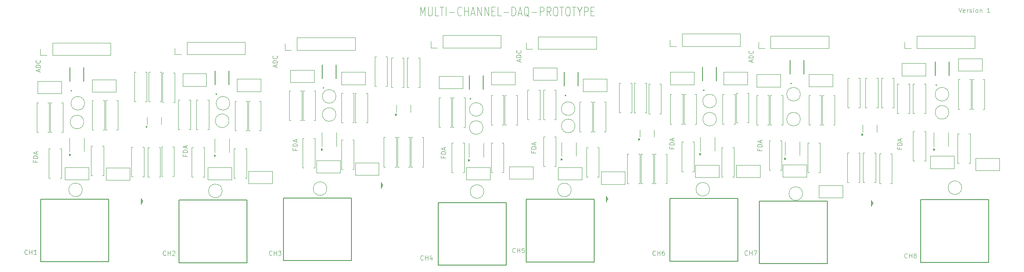
<source format=gbr>
%TF.GenerationSoftware,KiCad,Pcbnew,9.0.3*%
%TF.CreationDate,2025-11-11T16:23:08+05:30*%
%TF.ProjectId,Multi_daq,4d756c74-695f-4646-9171-2e6b69636164,rev?*%
%TF.SameCoordinates,Original*%
%TF.FileFunction,Legend,Top*%
%TF.FilePolarity,Positive*%
%FSLAX46Y46*%
G04 Gerber Fmt 4.6, Leading zero omitted, Abs format (unit mm)*
G04 Created by KiCad (PCBNEW 9.0.3) date 2025-11-11 16:23:08*
%MOMM*%
%LPD*%
G01*
G04 APERTURE LIST*
%ADD10C,0.100000*%
%ADD11C,0.120000*%
%ADD12C,0.127000*%
%ADD13C,0.200000*%
%ADD14C,0.152400*%
G04 APERTURE END LIST*
D10*
X149522931Y-35670038D02*
X149522931Y-33670038D01*
X149522931Y-33670038D02*
X150022931Y-35098609D01*
X150022931Y-35098609D02*
X150522931Y-33670038D01*
X150522931Y-33670038D02*
X150522931Y-35670038D01*
X151237217Y-33670038D02*
X151237217Y-35289085D01*
X151237217Y-35289085D02*
X151308646Y-35479561D01*
X151308646Y-35479561D02*
X151380075Y-35574800D01*
X151380075Y-35574800D02*
X151522932Y-35670038D01*
X151522932Y-35670038D02*
X151808646Y-35670038D01*
X151808646Y-35670038D02*
X151951503Y-35574800D01*
X151951503Y-35574800D02*
X152022932Y-35479561D01*
X152022932Y-35479561D02*
X152094360Y-35289085D01*
X152094360Y-35289085D02*
X152094360Y-33670038D01*
X153522932Y-35670038D02*
X152808646Y-35670038D01*
X152808646Y-35670038D02*
X152808646Y-33670038D01*
X153808647Y-33670038D02*
X154665790Y-33670038D01*
X154237218Y-35670038D02*
X154237218Y-33670038D01*
X155165789Y-35670038D02*
X155165789Y-33670038D01*
X155880075Y-34908133D02*
X157022933Y-34908133D01*
X158594361Y-35479561D02*
X158522933Y-35574800D01*
X158522933Y-35574800D02*
X158308647Y-35670038D01*
X158308647Y-35670038D02*
X158165790Y-35670038D01*
X158165790Y-35670038D02*
X157951504Y-35574800D01*
X157951504Y-35574800D02*
X157808647Y-35384323D01*
X157808647Y-35384323D02*
X157737218Y-35193847D01*
X157737218Y-35193847D02*
X157665790Y-34812895D01*
X157665790Y-34812895D02*
X157665790Y-34527180D01*
X157665790Y-34527180D02*
X157737218Y-34146228D01*
X157737218Y-34146228D02*
X157808647Y-33955752D01*
X157808647Y-33955752D02*
X157951504Y-33765276D01*
X157951504Y-33765276D02*
X158165790Y-33670038D01*
X158165790Y-33670038D02*
X158308647Y-33670038D01*
X158308647Y-33670038D02*
X158522933Y-33765276D01*
X158522933Y-33765276D02*
X158594361Y-33860514D01*
X159237218Y-35670038D02*
X159237218Y-33670038D01*
X159237218Y-34622419D02*
X160094361Y-34622419D01*
X160094361Y-35670038D02*
X160094361Y-33670038D01*
X160737219Y-35098609D02*
X161451505Y-35098609D01*
X160594362Y-35670038D02*
X161094362Y-33670038D01*
X161094362Y-33670038D02*
X161594362Y-35670038D01*
X162094361Y-35670038D02*
X162094361Y-33670038D01*
X162094361Y-33670038D02*
X162951504Y-35670038D01*
X162951504Y-35670038D02*
X162951504Y-33670038D01*
X163665790Y-35670038D02*
X163665790Y-33670038D01*
X163665790Y-33670038D02*
X164522933Y-35670038D01*
X164522933Y-35670038D02*
X164522933Y-33670038D01*
X165237219Y-34622419D02*
X165737219Y-34622419D01*
X165951505Y-35670038D02*
X165237219Y-35670038D01*
X165237219Y-35670038D02*
X165237219Y-33670038D01*
X165237219Y-33670038D02*
X165951505Y-33670038D01*
X167308648Y-35670038D02*
X166594362Y-35670038D01*
X166594362Y-35670038D02*
X166594362Y-33670038D01*
X167808648Y-34908133D02*
X168951506Y-34908133D01*
X169665791Y-35670038D02*
X169665791Y-33670038D01*
X169665791Y-33670038D02*
X170022934Y-33670038D01*
X170022934Y-33670038D02*
X170237220Y-33765276D01*
X170237220Y-33765276D02*
X170380077Y-33955752D01*
X170380077Y-33955752D02*
X170451506Y-34146228D01*
X170451506Y-34146228D02*
X170522934Y-34527180D01*
X170522934Y-34527180D02*
X170522934Y-34812895D01*
X170522934Y-34812895D02*
X170451506Y-35193847D01*
X170451506Y-35193847D02*
X170380077Y-35384323D01*
X170380077Y-35384323D02*
X170237220Y-35574800D01*
X170237220Y-35574800D02*
X170022934Y-35670038D01*
X170022934Y-35670038D02*
X169665791Y-35670038D01*
X171094363Y-35098609D02*
X171808649Y-35098609D01*
X170951506Y-35670038D02*
X171451506Y-33670038D01*
X171451506Y-33670038D02*
X171951506Y-35670038D01*
X173451505Y-35860514D02*
X173308648Y-35765276D01*
X173308648Y-35765276D02*
X173165791Y-35574800D01*
X173165791Y-35574800D02*
X172951505Y-35289085D01*
X172951505Y-35289085D02*
X172808648Y-35193847D01*
X172808648Y-35193847D02*
X172665791Y-35193847D01*
X172737220Y-35670038D02*
X172594363Y-35574800D01*
X172594363Y-35574800D02*
X172451505Y-35384323D01*
X172451505Y-35384323D02*
X172380077Y-35003371D01*
X172380077Y-35003371D02*
X172380077Y-34336704D01*
X172380077Y-34336704D02*
X172451505Y-33955752D01*
X172451505Y-33955752D02*
X172594363Y-33765276D01*
X172594363Y-33765276D02*
X172737220Y-33670038D01*
X172737220Y-33670038D02*
X173022934Y-33670038D01*
X173022934Y-33670038D02*
X173165791Y-33765276D01*
X173165791Y-33765276D02*
X173308648Y-33955752D01*
X173308648Y-33955752D02*
X173380077Y-34336704D01*
X173380077Y-34336704D02*
X173380077Y-35003371D01*
X173380077Y-35003371D02*
X173308648Y-35384323D01*
X173308648Y-35384323D02*
X173165791Y-35574800D01*
X173165791Y-35574800D02*
X173022934Y-35670038D01*
X173022934Y-35670038D02*
X172737220Y-35670038D01*
X174022934Y-34908133D02*
X175165792Y-34908133D01*
X175880077Y-35670038D02*
X175880077Y-33670038D01*
X175880077Y-33670038D02*
X176451506Y-33670038D01*
X176451506Y-33670038D02*
X176594363Y-33765276D01*
X176594363Y-33765276D02*
X176665792Y-33860514D01*
X176665792Y-33860514D02*
X176737220Y-34050990D01*
X176737220Y-34050990D02*
X176737220Y-34336704D01*
X176737220Y-34336704D02*
X176665792Y-34527180D01*
X176665792Y-34527180D02*
X176594363Y-34622419D01*
X176594363Y-34622419D02*
X176451506Y-34717657D01*
X176451506Y-34717657D02*
X175880077Y-34717657D01*
X178237220Y-35670038D02*
X177737220Y-34717657D01*
X177380077Y-35670038D02*
X177380077Y-33670038D01*
X177380077Y-33670038D02*
X177951506Y-33670038D01*
X177951506Y-33670038D02*
X178094363Y-33765276D01*
X178094363Y-33765276D02*
X178165792Y-33860514D01*
X178165792Y-33860514D02*
X178237220Y-34050990D01*
X178237220Y-34050990D02*
X178237220Y-34336704D01*
X178237220Y-34336704D02*
X178165792Y-34527180D01*
X178165792Y-34527180D02*
X178094363Y-34622419D01*
X178094363Y-34622419D02*
X177951506Y-34717657D01*
X177951506Y-34717657D02*
X177380077Y-34717657D01*
X179165792Y-33670038D02*
X179451506Y-33670038D01*
X179451506Y-33670038D02*
X179594363Y-33765276D01*
X179594363Y-33765276D02*
X179737220Y-33955752D01*
X179737220Y-33955752D02*
X179808649Y-34336704D01*
X179808649Y-34336704D02*
X179808649Y-35003371D01*
X179808649Y-35003371D02*
X179737220Y-35384323D01*
X179737220Y-35384323D02*
X179594363Y-35574800D01*
X179594363Y-35574800D02*
X179451506Y-35670038D01*
X179451506Y-35670038D02*
X179165792Y-35670038D01*
X179165792Y-35670038D02*
X179022935Y-35574800D01*
X179022935Y-35574800D02*
X178880077Y-35384323D01*
X178880077Y-35384323D02*
X178808649Y-35003371D01*
X178808649Y-35003371D02*
X178808649Y-34336704D01*
X178808649Y-34336704D02*
X178880077Y-33955752D01*
X178880077Y-33955752D02*
X179022935Y-33765276D01*
X179022935Y-33765276D02*
X179165792Y-33670038D01*
X180237221Y-33670038D02*
X181094364Y-33670038D01*
X180665792Y-35670038D02*
X180665792Y-33670038D01*
X181880078Y-33670038D02*
X182165792Y-33670038D01*
X182165792Y-33670038D02*
X182308649Y-33765276D01*
X182308649Y-33765276D02*
X182451506Y-33955752D01*
X182451506Y-33955752D02*
X182522935Y-34336704D01*
X182522935Y-34336704D02*
X182522935Y-35003371D01*
X182522935Y-35003371D02*
X182451506Y-35384323D01*
X182451506Y-35384323D02*
X182308649Y-35574800D01*
X182308649Y-35574800D02*
X182165792Y-35670038D01*
X182165792Y-35670038D02*
X181880078Y-35670038D01*
X181880078Y-35670038D02*
X181737221Y-35574800D01*
X181737221Y-35574800D02*
X181594363Y-35384323D01*
X181594363Y-35384323D02*
X181522935Y-35003371D01*
X181522935Y-35003371D02*
X181522935Y-34336704D01*
X181522935Y-34336704D02*
X181594363Y-33955752D01*
X181594363Y-33955752D02*
X181737221Y-33765276D01*
X181737221Y-33765276D02*
X181880078Y-33670038D01*
X182951507Y-33670038D02*
X183808650Y-33670038D01*
X183380078Y-35670038D02*
X183380078Y-33670038D01*
X184594364Y-34717657D02*
X184594364Y-35670038D01*
X184094364Y-33670038D02*
X184594364Y-34717657D01*
X184594364Y-34717657D02*
X185094364Y-33670038D01*
X185594363Y-35670038D02*
X185594363Y-33670038D01*
X185594363Y-33670038D02*
X186165792Y-33670038D01*
X186165792Y-33670038D02*
X186308649Y-33765276D01*
X186308649Y-33765276D02*
X186380078Y-33860514D01*
X186380078Y-33860514D02*
X186451506Y-34050990D01*
X186451506Y-34050990D02*
X186451506Y-34336704D01*
X186451506Y-34336704D02*
X186380078Y-34527180D01*
X186380078Y-34527180D02*
X186308649Y-34622419D01*
X186308649Y-34622419D02*
X186165792Y-34717657D01*
X186165792Y-34717657D02*
X185594363Y-34717657D01*
X187094363Y-34622419D02*
X187594363Y-34622419D01*
X187808649Y-35670038D02*
X187094363Y-35670038D01*
X187094363Y-35670038D02*
X187094363Y-33670038D01*
X187094363Y-33670038D02*
X187808649Y-33670038D01*
X222576704Y-45893734D02*
X222576704Y-45417544D01*
X222862419Y-45988972D02*
X221862419Y-45655639D01*
X221862419Y-45655639D02*
X222862419Y-45322306D01*
X222862419Y-44988972D02*
X221862419Y-44988972D01*
X221862419Y-44988972D02*
X221862419Y-44750877D01*
X221862419Y-44750877D02*
X221910038Y-44608020D01*
X221910038Y-44608020D02*
X222005276Y-44512782D01*
X222005276Y-44512782D02*
X222100514Y-44465163D01*
X222100514Y-44465163D02*
X222290990Y-44417544D01*
X222290990Y-44417544D02*
X222433847Y-44417544D01*
X222433847Y-44417544D02*
X222624323Y-44465163D01*
X222624323Y-44465163D02*
X222719561Y-44512782D01*
X222719561Y-44512782D02*
X222814800Y-44608020D01*
X222814800Y-44608020D02*
X222862419Y-44750877D01*
X222862419Y-44750877D02*
X222862419Y-44988972D01*
X222767180Y-43417544D02*
X222814800Y-43465163D01*
X222814800Y-43465163D02*
X222862419Y-43608020D01*
X222862419Y-43608020D02*
X222862419Y-43703258D01*
X222862419Y-43703258D02*
X222814800Y-43846115D01*
X222814800Y-43846115D02*
X222719561Y-43941353D01*
X222719561Y-43941353D02*
X222624323Y-43988972D01*
X222624323Y-43988972D02*
X222433847Y-44036591D01*
X222433847Y-44036591D02*
X222290990Y-44036591D01*
X222290990Y-44036591D02*
X222100514Y-43988972D01*
X222100514Y-43988972D02*
X222005276Y-43941353D01*
X222005276Y-43941353D02*
X221910038Y-43846115D01*
X221910038Y-43846115D02*
X221862419Y-43703258D01*
X221862419Y-43703258D02*
X221862419Y-43608020D01*
X221862419Y-43608020D02*
X221910038Y-43465163D01*
X221910038Y-43465163D02*
X221957657Y-43417544D01*
X171396704Y-45783734D02*
X171396704Y-45307544D01*
X171682419Y-45878972D02*
X170682419Y-45545639D01*
X170682419Y-45545639D02*
X171682419Y-45212306D01*
X171682419Y-44878972D02*
X170682419Y-44878972D01*
X170682419Y-44878972D02*
X170682419Y-44640877D01*
X170682419Y-44640877D02*
X170730038Y-44498020D01*
X170730038Y-44498020D02*
X170825276Y-44402782D01*
X170825276Y-44402782D02*
X170920514Y-44355163D01*
X170920514Y-44355163D02*
X171110990Y-44307544D01*
X171110990Y-44307544D02*
X171253847Y-44307544D01*
X171253847Y-44307544D02*
X171444323Y-44355163D01*
X171444323Y-44355163D02*
X171539561Y-44402782D01*
X171539561Y-44402782D02*
X171634800Y-44498020D01*
X171634800Y-44498020D02*
X171682419Y-44640877D01*
X171682419Y-44640877D02*
X171682419Y-44878972D01*
X171587180Y-43307544D02*
X171634800Y-43355163D01*
X171634800Y-43355163D02*
X171682419Y-43498020D01*
X171682419Y-43498020D02*
X171682419Y-43593258D01*
X171682419Y-43593258D02*
X171634800Y-43736115D01*
X171634800Y-43736115D02*
X171539561Y-43831353D01*
X171539561Y-43831353D02*
X171444323Y-43878972D01*
X171444323Y-43878972D02*
X171253847Y-43926591D01*
X171253847Y-43926591D02*
X171110990Y-43926591D01*
X171110990Y-43926591D02*
X170920514Y-43878972D01*
X170920514Y-43878972D02*
X170825276Y-43831353D01*
X170825276Y-43831353D02*
X170730038Y-43736115D01*
X170730038Y-43736115D02*
X170682419Y-43593258D01*
X170682419Y-43593258D02*
X170682419Y-43498020D01*
X170682419Y-43498020D02*
X170730038Y-43355163D01*
X170730038Y-43355163D02*
X170777657Y-43307544D01*
X117656704Y-46993734D02*
X117656704Y-46517544D01*
X117942419Y-47088972D02*
X116942419Y-46755639D01*
X116942419Y-46755639D02*
X117942419Y-46422306D01*
X117942419Y-46088972D02*
X116942419Y-46088972D01*
X116942419Y-46088972D02*
X116942419Y-45850877D01*
X116942419Y-45850877D02*
X116990038Y-45708020D01*
X116990038Y-45708020D02*
X117085276Y-45612782D01*
X117085276Y-45612782D02*
X117180514Y-45565163D01*
X117180514Y-45565163D02*
X117370990Y-45517544D01*
X117370990Y-45517544D02*
X117513847Y-45517544D01*
X117513847Y-45517544D02*
X117704323Y-45565163D01*
X117704323Y-45565163D02*
X117799561Y-45612782D01*
X117799561Y-45612782D02*
X117894800Y-45708020D01*
X117894800Y-45708020D02*
X117942419Y-45850877D01*
X117942419Y-45850877D02*
X117942419Y-46088972D01*
X117847180Y-44517544D02*
X117894800Y-44565163D01*
X117894800Y-44565163D02*
X117942419Y-44708020D01*
X117942419Y-44708020D02*
X117942419Y-44803258D01*
X117942419Y-44803258D02*
X117894800Y-44946115D01*
X117894800Y-44946115D02*
X117799561Y-45041353D01*
X117799561Y-45041353D02*
X117704323Y-45088972D01*
X117704323Y-45088972D02*
X117513847Y-45136591D01*
X117513847Y-45136591D02*
X117370990Y-45136591D01*
X117370990Y-45136591D02*
X117180514Y-45088972D01*
X117180514Y-45088972D02*
X117085276Y-45041353D01*
X117085276Y-45041353D02*
X116990038Y-44946115D01*
X116990038Y-44946115D02*
X116942419Y-44803258D01*
X116942419Y-44803258D02*
X116942419Y-44708020D01*
X116942419Y-44708020D02*
X116990038Y-44565163D01*
X116990038Y-44565163D02*
X117037657Y-44517544D01*
X65436704Y-47983734D02*
X65436704Y-47507544D01*
X65722419Y-48078972D02*
X64722419Y-47745639D01*
X64722419Y-47745639D02*
X65722419Y-47412306D01*
X65722419Y-47078972D02*
X64722419Y-47078972D01*
X64722419Y-47078972D02*
X64722419Y-46840877D01*
X64722419Y-46840877D02*
X64770038Y-46698020D01*
X64770038Y-46698020D02*
X64865276Y-46602782D01*
X64865276Y-46602782D02*
X64960514Y-46555163D01*
X64960514Y-46555163D02*
X65150990Y-46507544D01*
X65150990Y-46507544D02*
X65293847Y-46507544D01*
X65293847Y-46507544D02*
X65484323Y-46555163D01*
X65484323Y-46555163D02*
X65579561Y-46602782D01*
X65579561Y-46602782D02*
X65674800Y-46698020D01*
X65674800Y-46698020D02*
X65722419Y-46840877D01*
X65722419Y-46840877D02*
X65722419Y-47078972D01*
X65627180Y-45507544D02*
X65674800Y-45555163D01*
X65674800Y-45555163D02*
X65722419Y-45698020D01*
X65722419Y-45698020D02*
X65722419Y-45793258D01*
X65722419Y-45793258D02*
X65674800Y-45936115D01*
X65674800Y-45936115D02*
X65579561Y-46031353D01*
X65579561Y-46031353D02*
X65484323Y-46078972D01*
X65484323Y-46078972D02*
X65293847Y-46126591D01*
X65293847Y-46126591D02*
X65150990Y-46126591D01*
X65150990Y-46126591D02*
X64960514Y-46078972D01*
X64960514Y-46078972D02*
X64865276Y-46031353D01*
X64865276Y-46031353D02*
X64770038Y-45936115D01*
X64770038Y-45936115D02*
X64722419Y-45793258D01*
X64722419Y-45793258D02*
X64722419Y-45698020D01*
X64722419Y-45698020D02*
X64770038Y-45555163D01*
X64770038Y-45555163D02*
X64817657Y-45507544D01*
X255088609Y-64782782D02*
X255088609Y-65116115D01*
X255612419Y-65116115D02*
X254612419Y-65116115D01*
X254612419Y-65116115D02*
X254612419Y-64639925D01*
X255612419Y-64258972D02*
X254612419Y-64258972D01*
X254612419Y-64258972D02*
X254612419Y-64020877D01*
X254612419Y-64020877D02*
X254660038Y-63878020D01*
X254660038Y-63878020D02*
X254755276Y-63782782D01*
X254755276Y-63782782D02*
X254850514Y-63735163D01*
X254850514Y-63735163D02*
X255040990Y-63687544D01*
X255040990Y-63687544D02*
X255183847Y-63687544D01*
X255183847Y-63687544D02*
X255374323Y-63735163D01*
X255374323Y-63735163D02*
X255469561Y-63782782D01*
X255469561Y-63782782D02*
X255564800Y-63878020D01*
X255564800Y-63878020D02*
X255612419Y-64020877D01*
X255612419Y-64020877D02*
X255612419Y-64258972D01*
X255326704Y-63306591D02*
X255326704Y-62830401D01*
X255612419Y-63401829D02*
X254612419Y-63068496D01*
X254612419Y-63068496D02*
X255612419Y-62735163D01*
X224278609Y-65112782D02*
X224278609Y-65446115D01*
X224802419Y-65446115D02*
X223802419Y-65446115D01*
X223802419Y-65446115D02*
X223802419Y-64969925D01*
X224802419Y-64588972D02*
X223802419Y-64588972D01*
X223802419Y-64588972D02*
X223802419Y-64350877D01*
X223802419Y-64350877D02*
X223850038Y-64208020D01*
X223850038Y-64208020D02*
X223945276Y-64112782D01*
X223945276Y-64112782D02*
X224040514Y-64065163D01*
X224040514Y-64065163D02*
X224230990Y-64017544D01*
X224230990Y-64017544D02*
X224373847Y-64017544D01*
X224373847Y-64017544D02*
X224564323Y-64065163D01*
X224564323Y-64065163D02*
X224659561Y-64112782D01*
X224659561Y-64112782D02*
X224754800Y-64208020D01*
X224754800Y-64208020D02*
X224802419Y-64350877D01*
X224802419Y-64350877D02*
X224802419Y-64588972D01*
X224516704Y-63636591D02*
X224516704Y-63160401D01*
X224802419Y-63731829D02*
X223802419Y-63398496D01*
X223802419Y-63398496D02*
X224802419Y-63065163D01*
X204898609Y-64682782D02*
X204898609Y-65016115D01*
X205422419Y-65016115D02*
X204422419Y-65016115D01*
X204422419Y-65016115D02*
X204422419Y-64539925D01*
X205422419Y-64158972D02*
X204422419Y-64158972D01*
X204422419Y-64158972D02*
X204422419Y-63920877D01*
X204422419Y-63920877D02*
X204470038Y-63778020D01*
X204470038Y-63778020D02*
X204565276Y-63682782D01*
X204565276Y-63682782D02*
X204660514Y-63635163D01*
X204660514Y-63635163D02*
X204850990Y-63587544D01*
X204850990Y-63587544D02*
X204993847Y-63587544D01*
X204993847Y-63587544D02*
X205184323Y-63635163D01*
X205184323Y-63635163D02*
X205279561Y-63682782D01*
X205279561Y-63682782D02*
X205374800Y-63778020D01*
X205374800Y-63778020D02*
X205422419Y-63920877D01*
X205422419Y-63920877D02*
X205422419Y-64158972D01*
X205136704Y-63206591D02*
X205136704Y-62730401D01*
X205422419Y-63301829D02*
X204422419Y-62968496D01*
X204422419Y-62968496D02*
X205422419Y-62635163D01*
X174448609Y-65622782D02*
X174448609Y-65956115D01*
X174972419Y-65956115D02*
X173972419Y-65956115D01*
X173972419Y-65956115D02*
X173972419Y-65479925D01*
X174972419Y-65098972D02*
X173972419Y-65098972D01*
X173972419Y-65098972D02*
X173972419Y-64860877D01*
X173972419Y-64860877D02*
X174020038Y-64718020D01*
X174020038Y-64718020D02*
X174115276Y-64622782D01*
X174115276Y-64622782D02*
X174210514Y-64575163D01*
X174210514Y-64575163D02*
X174400990Y-64527544D01*
X174400990Y-64527544D02*
X174543847Y-64527544D01*
X174543847Y-64527544D02*
X174734323Y-64575163D01*
X174734323Y-64575163D02*
X174829561Y-64622782D01*
X174829561Y-64622782D02*
X174924800Y-64718020D01*
X174924800Y-64718020D02*
X174972419Y-64860877D01*
X174972419Y-64860877D02*
X174972419Y-65098972D01*
X174686704Y-64146591D02*
X174686704Y-63670401D01*
X174972419Y-64241829D02*
X173972419Y-63908496D01*
X173972419Y-63908496D02*
X174972419Y-63575163D01*
X154558609Y-66712782D02*
X154558609Y-67046115D01*
X155082419Y-67046115D02*
X154082419Y-67046115D01*
X154082419Y-67046115D02*
X154082419Y-66569925D01*
X155082419Y-66188972D02*
X154082419Y-66188972D01*
X154082419Y-66188972D02*
X154082419Y-65950877D01*
X154082419Y-65950877D02*
X154130038Y-65808020D01*
X154130038Y-65808020D02*
X154225276Y-65712782D01*
X154225276Y-65712782D02*
X154320514Y-65665163D01*
X154320514Y-65665163D02*
X154510990Y-65617544D01*
X154510990Y-65617544D02*
X154653847Y-65617544D01*
X154653847Y-65617544D02*
X154844323Y-65665163D01*
X154844323Y-65665163D02*
X154939561Y-65712782D01*
X154939561Y-65712782D02*
X155034800Y-65808020D01*
X155034800Y-65808020D02*
X155082419Y-65950877D01*
X155082419Y-65950877D02*
X155082419Y-66188972D01*
X154796704Y-65236591D02*
X154796704Y-64760401D01*
X155082419Y-65331829D02*
X154082419Y-64998496D01*
X154082419Y-64998496D02*
X155082419Y-64665163D01*
X121858609Y-64992782D02*
X121858609Y-65326115D01*
X122382419Y-65326115D02*
X121382419Y-65326115D01*
X121382419Y-65326115D02*
X121382419Y-64849925D01*
X122382419Y-64468972D02*
X121382419Y-64468972D01*
X121382419Y-64468972D02*
X121382419Y-64230877D01*
X121382419Y-64230877D02*
X121430038Y-64088020D01*
X121430038Y-64088020D02*
X121525276Y-63992782D01*
X121525276Y-63992782D02*
X121620514Y-63945163D01*
X121620514Y-63945163D02*
X121810990Y-63897544D01*
X121810990Y-63897544D02*
X121953847Y-63897544D01*
X121953847Y-63897544D02*
X122144323Y-63945163D01*
X122144323Y-63945163D02*
X122239561Y-63992782D01*
X122239561Y-63992782D02*
X122334800Y-64088020D01*
X122334800Y-64088020D02*
X122382419Y-64230877D01*
X122382419Y-64230877D02*
X122382419Y-64468972D01*
X122096704Y-63516591D02*
X122096704Y-63040401D01*
X122382419Y-63611829D02*
X121382419Y-63278496D01*
X121382419Y-63278496D02*
X122382419Y-62945163D01*
X97628609Y-66352782D02*
X97628609Y-66686115D01*
X98152419Y-66686115D02*
X97152419Y-66686115D01*
X97152419Y-66686115D02*
X97152419Y-66209925D01*
X98152419Y-65828972D02*
X97152419Y-65828972D01*
X97152419Y-65828972D02*
X97152419Y-65590877D01*
X97152419Y-65590877D02*
X97200038Y-65448020D01*
X97200038Y-65448020D02*
X97295276Y-65352782D01*
X97295276Y-65352782D02*
X97390514Y-65305163D01*
X97390514Y-65305163D02*
X97580990Y-65257544D01*
X97580990Y-65257544D02*
X97723847Y-65257544D01*
X97723847Y-65257544D02*
X97914323Y-65305163D01*
X97914323Y-65305163D02*
X98009561Y-65352782D01*
X98009561Y-65352782D02*
X98104800Y-65448020D01*
X98104800Y-65448020D02*
X98152419Y-65590877D01*
X98152419Y-65590877D02*
X98152419Y-65828972D01*
X97866704Y-64876591D02*
X97866704Y-64400401D01*
X98152419Y-64971829D02*
X97152419Y-64638496D01*
X97152419Y-64638496D02*
X98152419Y-64305163D01*
X64618609Y-67672782D02*
X64618609Y-68006115D01*
X65142419Y-68006115D02*
X64142419Y-68006115D01*
X64142419Y-68006115D02*
X64142419Y-67529925D01*
X65142419Y-67148972D02*
X64142419Y-67148972D01*
X64142419Y-67148972D02*
X64142419Y-66910877D01*
X64142419Y-66910877D02*
X64190038Y-66768020D01*
X64190038Y-66768020D02*
X64285276Y-66672782D01*
X64285276Y-66672782D02*
X64380514Y-66625163D01*
X64380514Y-66625163D02*
X64570990Y-66577544D01*
X64570990Y-66577544D02*
X64713847Y-66577544D01*
X64713847Y-66577544D02*
X64904323Y-66625163D01*
X64904323Y-66625163D02*
X64999561Y-66672782D01*
X64999561Y-66672782D02*
X65094800Y-66768020D01*
X65094800Y-66768020D02*
X65142419Y-66910877D01*
X65142419Y-66910877D02*
X65142419Y-67148972D01*
X64856704Y-66196591D02*
X64856704Y-65720401D01*
X65142419Y-66291829D02*
X64142419Y-65958496D01*
X64142419Y-65958496D02*
X65142419Y-65625163D01*
X256815312Y-89087180D02*
X256767693Y-89134800D01*
X256767693Y-89134800D02*
X256624836Y-89182419D01*
X256624836Y-89182419D02*
X256529598Y-89182419D01*
X256529598Y-89182419D02*
X256386741Y-89134800D01*
X256386741Y-89134800D02*
X256291503Y-89039561D01*
X256291503Y-89039561D02*
X256243884Y-88944323D01*
X256243884Y-88944323D02*
X256196265Y-88753847D01*
X256196265Y-88753847D02*
X256196265Y-88610990D01*
X256196265Y-88610990D02*
X256243884Y-88420514D01*
X256243884Y-88420514D02*
X256291503Y-88325276D01*
X256291503Y-88325276D02*
X256386741Y-88230038D01*
X256386741Y-88230038D02*
X256529598Y-88182419D01*
X256529598Y-88182419D02*
X256624836Y-88182419D01*
X256624836Y-88182419D02*
X256767693Y-88230038D01*
X256767693Y-88230038D02*
X256815312Y-88277657D01*
X257243884Y-89182419D02*
X257243884Y-88182419D01*
X257243884Y-88658609D02*
X257815312Y-88658609D01*
X257815312Y-89182419D02*
X257815312Y-88182419D01*
X258434360Y-88610990D02*
X258339122Y-88563371D01*
X258339122Y-88563371D02*
X258291503Y-88515752D01*
X258291503Y-88515752D02*
X258243884Y-88420514D01*
X258243884Y-88420514D02*
X258243884Y-88372895D01*
X258243884Y-88372895D02*
X258291503Y-88277657D01*
X258291503Y-88277657D02*
X258339122Y-88230038D01*
X258339122Y-88230038D02*
X258434360Y-88182419D01*
X258434360Y-88182419D02*
X258624836Y-88182419D01*
X258624836Y-88182419D02*
X258720074Y-88230038D01*
X258720074Y-88230038D02*
X258767693Y-88277657D01*
X258767693Y-88277657D02*
X258815312Y-88372895D01*
X258815312Y-88372895D02*
X258815312Y-88420514D01*
X258815312Y-88420514D02*
X258767693Y-88515752D01*
X258767693Y-88515752D02*
X258720074Y-88563371D01*
X258720074Y-88563371D02*
X258624836Y-88610990D01*
X258624836Y-88610990D02*
X258434360Y-88610990D01*
X258434360Y-88610990D02*
X258339122Y-88658609D01*
X258339122Y-88658609D02*
X258291503Y-88706228D01*
X258291503Y-88706228D02*
X258243884Y-88801466D01*
X258243884Y-88801466D02*
X258243884Y-88991942D01*
X258243884Y-88991942D02*
X258291503Y-89087180D01*
X258291503Y-89087180D02*
X258339122Y-89134800D01*
X258339122Y-89134800D02*
X258434360Y-89182419D01*
X258434360Y-89182419D02*
X258624836Y-89182419D01*
X258624836Y-89182419D02*
X258720074Y-89134800D01*
X258720074Y-89134800D02*
X258767693Y-89087180D01*
X258767693Y-89087180D02*
X258815312Y-88991942D01*
X258815312Y-88991942D02*
X258815312Y-88801466D01*
X258815312Y-88801466D02*
X258767693Y-88706228D01*
X258767693Y-88706228D02*
X258720074Y-88658609D01*
X258720074Y-88658609D02*
X258624836Y-88610990D01*
X221625312Y-88477180D02*
X221577693Y-88524800D01*
X221577693Y-88524800D02*
X221434836Y-88572419D01*
X221434836Y-88572419D02*
X221339598Y-88572419D01*
X221339598Y-88572419D02*
X221196741Y-88524800D01*
X221196741Y-88524800D02*
X221101503Y-88429561D01*
X221101503Y-88429561D02*
X221053884Y-88334323D01*
X221053884Y-88334323D02*
X221006265Y-88143847D01*
X221006265Y-88143847D02*
X221006265Y-88000990D01*
X221006265Y-88000990D02*
X221053884Y-87810514D01*
X221053884Y-87810514D02*
X221101503Y-87715276D01*
X221101503Y-87715276D02*
X221196741Y-87620038D01*
X221196741Y-87620038D02*
X221339598Y-87572419D01*
X221339598Y-87572419D02*
X221434836Y-87572419D01*
X221434836Y-87572419D02*
X221577693Y-87620038D01*
X221577693Y-87620038D02*
X221625312Y-87667657D01*
X222053884Y-88572419D02*
X222053884Y-87572419D01*
X222053884Y-88048609D02*
X222625312Y-88048609D01*
X222625312Y-88572419D02*
X222625312Y-87572419D01*
X223006265Y-87572419D02*
X223672931Y-87572419D01*
X223672931Y-87572419D02*
X223244360Y-88572419D01*
X201345312Y-88517180D02*
X201297693Y-88564800D01*
X201297693Y-88564800D02*
X201154836Y-88612419D01*
X201154836Y-88612419D02*
X201059598Y-88612419D01*
X201059598Y-88612419D02*
X200916741Y-88564800D01*
X200916741Y-88564800D02*
X200821503Y-88469561D01*
X200821503Y-88469561D02*
X200773884Y-88374323D01*
X200773884Y-88374323D02*
X200726265Y-88183847D01*
X200726265Y-88183847D02*
X200726265Y-88040990D01*
X200726265Y-88040990D02*
X200773884Y-87850514D01*
X200773884Y-87850514D02*
X200821503Y-87755276D01*
X200821503Y-87755276D02*
X200916741Y-87660038D01*
X200916741Y-87660038D02*
X201059598Y-87612419D01*
X201059598Y-87612419D02*
X201154836Y-87612419D01*
X201154836Y-87612419D02*
X201297693Y-87660038D01*
X201297693Y-87660038D02*
X201345312Y-87707657D01*
X201773884Y-88612419D02*
X201773884Y-87612419D01*
X201773884Y-88088609D02*
X202345312Y-88088609D01*
X202345312Y-88612419D02*
X202345312Y-87612419D01*
X203250074Y-87612419D02*
X203059598Y-87612419D01*
X203059598Y-87612419D02*
X202964360Y-87660038D01*
X202964360Y-87660038D02*
X202916741Y-87707657D01*
X202916741Y-87707657D02*
X202821503Y-87850514D01*
X202821503Y-87850514D02*
X202773884Y-88040990D01*
X202773884Y-88040990D02*
X202773884Y-88421942D01*
X202773884Y-88421942D02*
X202821503Y-88517180D01*
X202821503Y-88517180D02*
X202869122Y-88564800D01*
X202869122Y-88564800D02*
X202964360Y-88612419D01*
X202964360Y-88612419D02*
X203154836Y-88612419D01*
X203154836Y-88612419D02*
X203250074Y-88564800D01*
X203250074Y-88564800D02*
X203297693Y-88517180D01*
X203297693Y-88517180D02*
X203345312Y-88421942D01*
X203345312Y-88421942D02*
X203345312Y-88183847D01*
X203345312Y-88183847D02*
X203297693Y-88088609D01*
X203297693Y-88088609D02*
X203250074Y-88040990D01*
X203250074Y-88040990D02*
X203154836Y-87993371D01*
X203154836Y-87993371D02*
X202964360Y-87993371D01*
X202964360Y-87993371D02*
X202869122Y-88040990D01*
X202869122Y-88040990D02*
X202821503Y-88088609D01*
X202821503Y-88088609D02*
X202773884Y-88183847D01*
X170435312Y-87907180D02*
X170387693Y-87954800D01*
X170387693Y-87954800D02*
X170244836Y-88002419D01*
X170244836Y-88002419D02*
X170149598Y-88002419D01*
X170149598Y-88002419D02*
X170006741Y-87954800D01*
X170006741Y-87954800D02*
X169911503Y-87859561D01*
X169911503Y-87859561D02*
X169863884Y-87764323D01*
X169863884Y-87764323D02*
X169816265Y-87573847D01*
X169816265Y-87573847D02*
X169816265Y-87430990D01*
X169816265Y-87430990D02*
X169863884Y-87240514D01*
X169863884Y-87240514D02*
X169911503Y-87145276D01*
X169911503Y-87145276D02*
X170006741Y-87050038D01*
X170006741Y-87050038D02*
X170149598Y-87002419D01*
X170149598Y-87002419D02*
X170244836Y-87002419D01*
X170244836Y-87002419D02*
X170387693Y-87050038D01*
X170387693Y-87050038D02*
X170435312Y-87097657D01*
X170863884Y-88002419D02*
X170863884Y-87002419D01*
X170863884Y-87478609D02*
X171435312Y-87478609D01*
X171435312Y-88002419D02*
X171435312Y-87002419D01*
X172387693Y-87002419D02*
X171911503Y-87002419D01*
X171911503Y-87002419D02*
X171863884Y-87478609D01*
X171863884Y-87478609D02*
X171911503Y-87430990D01*
X171911503Y-87430990D02*
X172006741Y-87383371D01*
X172006741Y-87383371D02*
X172244836Y-87383371D01*
X172244836Y-87383371D02*
X172340074Y-87430990D01*
X172340074Y-87430990D02*
X172387693Y-87478609D01*
X172387693Y-87478609D02*
X172435312Y-87573847D01*
X172435312Y-87573847D02*
X172435312Y-87811942D01*
X172435312Y-87811942D02*
X172387693Y-87907180D01*
X172387693Y-87907180D02*
X172340074Y-87954800D01*
X172340074Y-87954800D02*
X172244836Y-88002419D01*
X172244836Y-88002419D02*
X172006741Y-88002419D01*
X172006741Y-88002419D02*
X171911503Y-87954800D01*
X171911503Y-87954800D02*
X171863884Y-87907180D01*
X150145312Y-89537180D02*
X150097693Y-89584800D01*
X150097693Y-89584800D02*
X149954836Y-89632419D01*
X149954836Y-89632419D02*
X149859598Y-89632419D01*
X149859598Y-89632419D02*
X149716741Y-89584800D01*
X149716741Y-89584800D02*
X149621503Y-89489561D01*
X149621503Y-89489561D02*
X149573884Y-89394323D01*
X149573884Y-89394323D02*
X149526265Y-89203847D01*
X149526265Y-89203847D02*
X149526265Y-89060990D01*
X149526265Y-89060990D02*
X149573884Y-88870514D01*
X149573884Y-88870514D02*
X149621503Y-88775276D01*
X149621503Y-88775276D02*
X149716741Y-88680038D01*
X149716741Y-88680038D02*
X149859598Y-88632419D01*
X149859598Y-88632419D02*
X149954836Y-88632419D01*
X149954836Y-88632419D02*
X150097693Y-88680038D01*
X150097693Y-88680038D02*
X150145312Y-88727657D01*
X150573884Y-89632419D02*
X150573884Y-88632419D01*
X150573884Y-89108609D02*
X151145312Y-89108609D01*
X151145312Y-89632419D02*
X151145312Y-88632419D01*
X152050074Y-88965752D02*
X152050074Y-89632419D01*
X151811979Y-88584800D02*
X151573884Y-89299085D01*
X151573884Y-89299085D02*
X152192931Y-89299085D01*
X116785312Y-88517180D02*
X116737693Y-88564800D01*
X116737693Y-88564800D02*
X116594836Y-88612419D01*
X116594836Y-88612419D02*
X116499598Y-88612419D01*
X116499598Y-88612419D02*
X116356741Y-88564800D01*
X116356741Y-88564800D02*
X116261503Y-88469561D01*
X116261503Y-88469561D02*
X116213884Y-88374323D01*
X116213884Y-88374323D02*
X116166265Y-88183847D01*
X116166265Y-88183847D02*
X116166265Y-88040990D01*
X116166265Y-88040990D02*
X116213884Y-87850514D01*
X116213884Y-87850514D02*
X116261503Y-87755276D01*
X116261503Y-87755276D02*
X116356741Y-87660038D01*
X116356741Y-87660038D02*
X116499598Y-87612419D01*
X116499598Y-87612419D02*
X116594836Y-87612419D01*
X116594836Y-87612419D02*
X116737693Y-87660038D01*
X116737693Y-87660038D02*
X116785312Y-87707657D01*
X117213884Y-88612419D02*
X117213884Y-87612419D01*
X117213884Y-88088609D02*
X117785312Y-88088609D01*
X117785312Y-88612419D02*
X117785312Y-87612419D01*
X118166265Y-87612419D02*
X118785312Y-87612419D01*
X118785312Y-87612419D02*
X118451979Y-87993371D01*
X118451979Y-87993371D02*
X118594836Y-87993371D01*
X118594836Y-87993371D02*
X118690074Y-88040990D01*
X118690074Y-88040990D02*
X118737693Y-88088609D01*
X118737693Y-88088609D02*
X118785312Y-88183847D01*
X118785312Y-88183847D02*
X118785312Y-88421942D01*
X118785312Y-88421942D02*
X118737693Y-88517180D01*
X118737693Y-88517180D02*
X118690074Y-88564800D01*
X118690074Y-88564800D02*
X118594836Y-88612419D01*
X118594836Y-88612419D02*
X118309122Y-88612419D01*
X118309122Y-88612419D02*
X118213884Y-88564800D01*
X118213884Y-88564800D02*
X118166265Y-88517180D01*
X93385312Y-88517180D02*
X93337693Y-88564800D01*
X93337693Y-88564800D02*
X93194836Y-88612419D01*
X93194836Y-88612419D02*
X93099598Y-88612419D01*
X93099598Y-88612419D02*
X92956741Y-88564800D01*
X92956741Y-88564800D02*
X92861503Y-88469561D01*
X92861503Y-88469561D02*
X92813884Y-88374323D01*
X92813884Y-88374323D02*
X92766265Y-88183847D01*
X92766265Y-88183847D02*
X92766265Y-88040990D01*
X92766265Y-88040990D02*
X92813884Y-87850514D01*
X92813884Y-87850514D02*
X92861503Y-87755276D01*
X92861503Y-87755276D02*
X92956741Y-87660038D01*
X92956741Y-87660038D02*
X93099598Y-87612419D01*
X93099598Y-87612419D02*
X93194836Y-87612419D01*
X93194836Y-87612419D02*
X93337693Y-87660038D01*
X93337693Y-87660038D02*
X93385312Y-87707657D01*
X93813884Y-88612419D02*
X93813884Y-87612419D01*
X93813884Y-88088609D02*
X94385312Y-88088609D01*
X94385312Y-88612419D02*
X94385312Y-87612419D01*
X94813884Y-87707657D02*
X94861503Y-87660038D01*
X94861503Y-87660038D02*
X94956741Y-87612419D01*
X94956741Y-87612419D02*
X95194836Y-87612419D01*
X95194836Y-87612419D02*
X95290074Y-87660038D01*
X95290074Y-87660038D02*
X95337693Y-87707657D01*
X95337693Y-87707657D02*
X95385312Y-87802895D01*
X95385312Y-87802895D02*
X95385312Y-87898133D01*
X95385312Y-87898133D02*
X95337693Y-88040990D01*
X95337693Y-88040990D02*
X94766265Y-88612419D01*
X94766265Y-88612419D02*
X95385312Y-88612419D01*
X62895312Y-88287180D02*
X62847693Y-88334800D01*
X62847693Y-88334800D02*
X62704836Y-88382419D01*
X62704836Y-88382419D02*
X62609598Y-88382419D01*
X62609598Y-88382419D02*
X62466741Y-88334800D01*
X62466741Y-88334800D02*
X62371503Y-88239561D01*
X62371503Y-88239561D02*
X62323884Y-88144323D01*
X62323884Y-88144323D02*
X62276265Y-87953847D01*
X62276265Y-87953847D02*
X62276265Y-87810990D01*
X62276265Y-87810990D02*
X62323884Y-87620514D01*
X62323884Y-87620514D02*
X62371503Y-87525276D01*
X62371503Y-87525276D02*
X62466741Y-87430038D01*
X62466741Y-87430038D02*
X62609598Y-87382419D01*
X62609598Y-87382419D02*
X62704836Y-87382419D01*
X62704836Y-87382419D02*
X62847693Y-87430038D01*
X62847693Y-87430038D02*
X62895312Y-87477657D01*
X63323884Y-88382419D02*
X63323884Y-87382419D01*
X63323884Y-87858609D02*
X63895312Y-87858609D01*
X63895312Y-88382419D02*
X63895312Y-87382419D01*
X64895312Y-88382419D02*
X64323884Y-88382419D01*
X64609598Y-88382419D02*
X64609598Y-87382419D01*
X64609598Y-87382419D02*
X64514360Y-87525276D01*
X64514360Y-87525276D02*
X64419122Y-87620514D01*
X64419122Y-87620514D02*
X64323884Y-87668133D01*
X268151027Y-33922419D02*
X268484360Y-34922419D01*
X268484360Y-34922419D02*
X268817693Y-33922419D01*
X269531979Y-34874800D02*
X269436741Y-34922419D01*
X269436741Y-34922419D02*
X269246265Y-34922419D01*
X269246265Y-34922419D02*
X269151027Y-34874800D01*
X269151027Y-34874800D02*
X269103408Y-34779561D01*
X269103408Y-34779561D02*
X269103408Y-34398609D01*
X269103408Y-34398609D02*
X269151027Y-34303371D01*
X269151027Y-34303371D02*
X269246265Y-34255752D01*
X269246265Y-34255752D02*
X269436741Y-34255752D01*
X269436741Y-34255752D02*
X269531979Y-34303371D01*
X269531979Y-34303371D02*
X269579598Y-34398609D01*
X269579598Y-34398609D02*
X269579598Y-34493847D01*
X269579598Y-34493847D02*
X269103408Y-34589085D01*
X270008170Y-34922419D02*
X270008170Y-34255752D01*
X270008170Y-34446228D02*
X270055789Y-34350990D01*
X270055789Y-34350990D02*
X270103408Y-34303371D01*
X270103408Y-34303371D02*
X270198646Y-34255752D01*
X270198646Y-34255752D02*
X270293884Y-34255752D01*
X270579599Y-34874800D02*
X270674837Y-34922419D01*
X270674837Y-34922419D02*
X270865313Y-34922419D01*
X270865313Y-34922419D02*
X270960551Y-34874800D01*
X270960551Y-34874800D02*
X271008170Y-34779561D01*
X271008170Y-34779561D02*
X271008170Y-34731942D01*
X271008170Y-34731942D02*
X270960551Y-34636704D01*
X270960551Y-34636704D02*
X270865313Y-34589085D01*
X270865313Y-34589085D02*
X270722456Y-34589085D01*
X270722456Y-34589085D02*
X270627218Y-34541466D01*
X270627218Y-34541466D02*
X270579599Y-34446228D01*
X270579599Y-34446228D02*
X270579599Y-34398609D01*
X270579599Y-34398609D02*
X270627218Y-34303371D01*
X270627218Y-34303371D02*
X270722456Y-34255752D01*
X270722456Y-34255752D02*
X270865313Y-34255752D01*
X270865313Y-34255752D02*
X270960551Y-34303371D01*
X271436742Y-34922419D02*
X271436742Y-34255752D01*
X271436742Y-33922419D02*
X271389123Y-33970038D01*
X271389123Y-33970038D02*
X271436742Y-34017657D01*
X271436742Y-34017657D02*
X271484361Y-33970038D01*
X271484361Y-33970038D02*
X271436742Y-33922419D01*
X271436742Y-33922419D02*
X271436742Y-34017657D01*
X272055789Y-34922419D02*
X271960551Y-34874800D01*
X271960551Y-34874800D02*
X271912932Y-34827180D01*
X271912932Y-34827180D02*
X271865313Y-34731942D01*
X271865313Y-34731942D02*
X271865313Y-34446228D01*
X271865313Y-34446228D02*
X271912932Y-34350990D01*
X271912932Y-34350990D02*
X271960551Y-34303371D01*
X271960551Y-34303371D02*
X272055789Y-34255752D01*
X272055789Y-34255752D02*
X272198646Y-34255752D01*
X272198646Y-34255752D02*
X272293884Y-34303371D01*
X272293884Y-34303371D02*
X272341503Y-34350990D01*
X272341503Y-34350990D02*
X272389122Y-34446228D01*
X272389122Y-34446228D02*
X272389122Y-34731942D01*
X272389122Y-34731942D02*
X272341503Y-34827180D01*
X272341503Y-34827180D02*
X272293884Y-34874800D01*
X272293884Y-34874800D02*
X272198646Y-34922419D01*
X272198646Y-34922419D02*
X272055789Y-34922419D01*
X272817694Y-34255752D02*
X272817694Y-34922419D01*
X272817694Y-34350990D02*
X272865313Y-34303371D01*
X272865313Y-34303371D02*
X272960551Y-34255752D01*
X272960551Y-34255752D02*
X273103408Y-34255752D01*
X273103408Y-34255752D02*
X273198646Y-34303371D01*
X273198646Y-34303371D02*
X273246265Y-34398609D01*
X273246265Y-34398609D02*
X273246265Y-34922419D01*
X275008170Y-34922419D02*
X274436742Y-34922419D01*
X274722456Y-34922419D02*
X274722456Y-33922419D01*
X274722456Y-33922419D02*
X274627218Y-34065276D01*
X274627218Y-34065276D02*
X274531980Y-34160514D01*
X274531980Y-34160514D02*
X274436742Y-34208133D01*
D11*
%TO.C,C2*%
X237380000Y-73130000D02*
X242620000Y-73130000D01*
X237380000Y-75870000D02*
X237380000Y-73130000D01*
X242620000Y-73130000D02*
X242620000Y-75870000D01*
X242620000Y-75870000D02*
X237380000Y-75870000D01*
%TO.C,R55*%
X215900000Y-64730000D02*
X216230000Y-64730000D01*
X215900000Y-71270000D02*
X215900000Y-64730000D01*
X216230000Y-71270000D02*
X215900000Y-71270000D01*
X218310000Y-71270000D02*
X218640000Y-71270000D01*
X218640000Y-64730000D02*
X218310000Y-64730000D01*
X218640000Y-71270000D02*
X218640000Y-64730000D01*
%TO.C,R12*%
X243630000Y-65920000D02*
X243630000Y-72460000D01*
X243630000Y-72460000D02*
X243960000Y-72460000D01*
X243960000Y-65920000D02*
X243630000Y-65920000D01*
X246040000Y-65920000D02*
X246370000Y-65920000D01*
X246370000Y-65920000D02*
X246370000Y-72460000D01*
X246370000Y-72460000D02*
X246040000Y-72460000D01*
%TO.C,R33*%
X99130000Y-64730000D02*
X99460000Y-64730000D01*
X99130000Y-71270000D02*
X99130000Y-64730000D01*
X99460000Y-71270000D02*
X99130000Y-71270000D01*
X101540000Y-71270000D02*
X101870000Y-71270000D01*
X101870000Y-64730000D02*
X101540000Y-64730000D01*
X101870000Y-71270000D02*
X101870000Y-64730000D01*
%TO.C,TP20*%
X183610000Y-60000000D02*
G75*
G02*
X180610000Y-60000000I-1500000J0D01*
G01*
X180610000Y-60000000D02*
G75*
G02*
X183610000Y-60000000I1500000J0D01*
G01*
D12*
%TO.C,U21*%
X211745000Y-50025000D02*
X211745000Y-46975000D01*
X214795000Y-50025000D02*
X214795000Y-46975000D01*
D13*
X212090000Y-52120000D02*
G75*
G02*
X211890000Y-52120000I-100000J0D01*
G01*
X211890000Y-52120000D02*
G75*
G02*
X212090000Y-52120000I100000J0D01*
G01*
D11*
%TO.C,R41*%
X64955000Y-54862800D02*
X65285000Y-54862800D01*
X64955000Y-61402800D02*
X64955000Y-54862800D01*
X65285000Y-61402800D02*
X64955000Y-61402800D01*
X67365000Y-61402800D02*
X67695000Y-61402800D01*
X67695000Y-54862800D02*
X67365000Y-54862800D01*
X67695000Y-61402800D02*
X67695000Y-54862800D01*
%TO.C,R18*%
X156630000Y-53730000D02*
X156960000Y-53730000D01*
X156630000Y-60270000D02*
X156630000Y-53730000D01*
X156960000Y-60270000D02*
X156630000Y-60270000D01*
X159040000Y-60270000D02*
X159370000Y-60270000D01*
X159370000Y-53730000D02*
X159040000Y-53730000D01*
X159370000Y-60270000D02*
X159370000Y-53730000D01*
%TO.C,R20*%
X123630000Y-52230000D02*
X123960000Y-52230000D01*
X123630000Y-58770000D02*
X123630000Y-52230000D01*
X123960000Y-58770000D02*
X123630000Y-58770000D01*
X126040000Y-58770000D02*
X126370000Y-58770000D01*
X126370000Y-52230000D02*
X126040000Y-52230000D01*
X126370000Y-58770000D02*
X126370000Y-52230000D01*
D12*
%TO.C,J6*%
X153427000Y-76948200D02*
X153427000Y-90791200D01*
X153427000Y-90791200D02*
X168413000Y-90791200D01*
X168413000Y-76948200D02*
X153427000Y-76948200D01*
X168413000Y-90791200D02*
X168413000Y-76948200D01*
D11*
%TO.C,R30*%
X141455000Y-62517800D02*
X141455000Y-69057800D01*
X141455000Y-69057800D02*
X141785000Y-69057800D01*
X141785000Y-62517800D02*
X141455000Y-62517800D01*
X143865000Y-62517800D02*
X144195000Y-62517800D01*
X144195000Y-62517800D02*
X144195000Y-69057800D01*
X144195000Y-69057800D02*
X143865000Y-69057800D01*
%TO.C,R2*%
X226400000Y-63230000D02*
X226730000Y-63230000D01*
X226400000Y-69770000D02*
X226400000Y-63230000D01*
X226730000Y-69770000D02*
X226400000Y-69770000D01*
X228810000Y-69770000D02*
X229140000Y-69770000D01*
X229140000Y-63230000D02*
X228810000Y-63230000D01*
X229140000Y-69770000D02*
X229140000Y-63230000D01*
%TO.C,C6*%
X169130000Y-68987800D02*
X174370000Y-68987800D01*
X169130000Y-71727800D02*
X169130000Y-68987800D01*
X174370000Y-68987800D02*
X174370000Y-71727800D01*
X174370000Y-71727800D02*
X169130000Y-71727800D01*
%TO.C,C32*%
X174380000Y-47130000D02*
X179620000Y-47130000D01*
X174380000Y-49870000D02*
X174380000Y-47130000D01*
X179620000Y-47130000D02*
X179620000Y-49870000D01*
X179620000Y-49870000D02*
X174380000Y-49870000D01*
%TO.C,R11*%
X250705000Y-66147500D02*
X250705000Y-72687500D01*
X250705000Y-72687500D02*
X251035000Y-72687500D01*
X251035000Y-66147500D02*
X250705000Y-66147500D01*
X253115000Y-66147500D02*
X253445000Y-66147500D01*
X253445000Y-66147500D02*
X253445000Y-72687500D01*
X253445000Y-72687500D02*
X253115000Y-72687500D01*
%TO.C,R67*%
X201130000Y-66230000D02*
X201130000Y-72770000D01*
X201130000Y-72770000D02*
X201460000Y-72770000D01*
X201460000Y-66230000D02*
X201130000Y-66230000D01*
X203540000Y-66230000D02*
X203870000Y-66230000D01*
X203870000Y-66230000D02*
X203870000Y-72770000D01*
X203870000Y-72770000D02*
X203540000Y-72770000D01*
%TO.C,R36*%
X100130000Y-54230000D02*
X100460000Y-54230000D01*
X100130000Y-60770000D02*
X100130000Y-54230000D01*
X100460000Y-60770000D02*
X100130000Y-60770000D01*
X102540000Y-60770000D02*
X102870000Y-60770000D01*
X102870000Y-54230000D02*
X102540000Y-54230000D01*
X102870000Y-60770000D02*
X102870000Y-54230000D01*
%TO.C,C18*%
X109130000Y-49630000D02*
X114370000Y-49630000D01*
X109130000Y-52370000D02*
X109130000Y-49630000D01*
X114370000Y-49630000D02*
X114370000Y-52370000D01*
X114370000Y-52370000D02*
X109130000Y-52370000D01*
D12*
%TO.C,U6*%
X127880000Y-49502800D02*
X127880000Y-46452800D01*
X130930000Y-49502800D02*
X130930000Y-46452800D01*
D13*
X128225000Y-51597800D02*
G75*
G02*
X128025000Y-51597800I-100000J0D01*
G01*
X128025000Y-51597800D02*
G75*
G02*
X128225000Y-51597800I100000J0D01*
G01*
D11*
%TO.C,TP36*%
X266000000Y-53000000D02*
G75*
G02*
X263000000Y-53000000I-1500000J0D01*
G01*
X263000000Y-53000000D02*
G75*
G02*
X266000000Y-53000000I1500000J0D01*
G01*
%TO.C,C28*%
X179880000Y-69130000D02*
X185120000Y-69130000D01*
X179880000Y-71870000D02*
X179880000Y-69130000D01*
X185120000Y-69130000D02*
X185120000Y-71870000D01*
X185120000Y-71870000D02*
X179880000Y-71870000D01*
%TO.C,R52*%
X271130000Y-49730000D02*
X271460000Y-49730000D01*
X271130000Y-56270000D02*
X271130000Y-49730000D01*
X271460000Y-56270000D02*
X271130000Y-56270000D01*
X273540000Y-56270000D02*
X273870000Y-56270000D01*
X273870000Y-49730000D02*
X273540000Y-49730000D01*
X273870000Y-56270000D02*
X273870000Y-49730000D01*
%TO.C,C13*%
X120880000Y-47630000D02*
X126120000Y-47630000D01*
X120880000Y-50370000D02*
X120880000Y-47630000D01*
X126120000Y-47630000D02*
X126120000Y-50370000D01*
X126120000Y-50370000D02*
X120880000Y-50370000D01*
%TO.C,TP4*%
X163500000Y-74500000D02*
G75*
G02*
X160500000Y-74500000I-1500000J0D01*
G01*
X160500000Y-74500000D02*
G75*
G02*
X163500000Y-74500000I1500000J0D01*
G01*
%TO.C,TP13*%
X107500000Y-55000000D02*
G75*
G02*
X104500000Y-55000000I-1500000J0D01*
G01*
X104500000Y-55000000D02*
G75*
G02*
X107500000Y-55000000I1500000J0D01*
G01*
%TO.C,R58*%
X176630000Y-62420000D02*
X176960000Y-62420000D01*
X176630000Y-68960000D02*
X176630000Y-62420000D01*
X176960000Y-68960000D02*
X176630000Y-68960000D01*
X179040000Y-68960000D02*
X179370000Y-68960000D01*
X179370000Y-62420000D02*
X179040000Y-62420000D01*
X179370000Y-68960000D02*
X179370000Y-62420000D01*
%TO.C,R71*%
X198130000Y-66230000D02*
X198130000Y-72770000D01*
X198130000Y-72770000D02*
X198460000Y-72770000D01*
X198460000Y-66230000D02*
X198130000Y-66230000D01*
X200540000Y-66230000D02*
X200870000Y-66230000D01*
X200870000Y-66230000D02*
X200870000Y-72770000D01*
X200870000Y-72770000D02*
X200540000Y-72770000D01*
%TO.C,C9*%
X126630000Y-67607800D02*
X131870000Y-67607800D01*
X126630000Y-70347800D02*
X126630000Y-67607800D01*
X131870000Y-67607800D02*
X131870000Y-70347800D01*
X131870000Y-70347800D02*
X126630000Y-70347800D01*
%TO.C,J5*%
X224080000Y-42880000D02*
X224080000Y-41500000D01*
X225460000Y-42880000D02*
X224080000Y-42880000D01*
X226730000Y-40120000D02*
X239540000Y-40120000D01*
X226730000Y-42880000D02*
X226730000Y-40120000D01*
X226730000Y-42880000D02*
X239540000Y-42880000D01*
X239540000Y-42880000D02*
X239540000Y-40120000D01*
D14*
%TO.C,U7*%
X140890400Y-72493400D02*
X140890400Y-72823600D01*
X140890400Y-72823600D02*
X140890400Y-73433200D01*
X140890400Y-73433200D02*
X140890400Y-73763400D01*
X140890400Y-72823600D02*
G75*
G02*
X140890400Y-73433200I0J-304800D01*
G01*
D11*
%TO.C,R53*%
X268130000Y-49730000D02*
X268460000Y-49730000D01*
X268130000Y-56270000D02*
X268130000Y-49730000D01*
X268460000Y-56270000D02*
X268130000Y-56270000D01*
X270540000Y-56270000D02*
X270870000Y-56270000D01*
X270870000Y-49730000D02*
X270540000Y-49730000D01*
X270870000Y-56270000D02*
X270870000Y-49730000D01*
%TO.C,R62*%
X176630000Y-52040000D02*
X176960000Y-52040000D01*
X176630000Y-58580000D02*
X176630000Y-52040000D01*
X176960000Y-58580000D02*
X176630000Y-58580000D01*
X179040000Y-58580000D02*
X179370000Y-58580000D01*
X179370000Y-52040000D02*
X179040000Y-52040000D01*
X179370000Y-58580000D02*
X179370000Y-52040000D01*
%TO.C,R59*%
X216130000Y-53040000D02*
X216460000Y-53040000D01*
X216130000Y-59580000D02*
X216130000Y-53040000D01*
X216460000Y-59580000D02*
X216130000Y-59580000D01*
X218540000Y-59580000D02*
X218870000Y-59580000D01*
X218870000Y-53040000D02*
X218540000Y-53040000D01*
X218870000Y-59580000D02*
X218870000Y-53040000D01*
%TO.C,R13*%
X165130000Y-63730000D02*
X165460000Y-63730000D01*
X165130000Y-70270000D02*
X165130000Y-63730000D01*
X165460000Y-70270000D02*
X165130000Y-70270000D01*
X167540000Y-70270000D02*
X167870000Y-70270000D01*
X167870000Y-63730000D02*
X167540000Y-63730000D01*
X167870000Y-70270000D02*
X167870000Y-63730000D01*
%TO.C,R16*%
X123535000Y-62730000D02*
X123865000Y-62730000D01*
X123535000Y-69270000D02*
X123535000Y-62730000D01*
X123865000Y-69270000D02*
X123535000Y-69270000D01*
X125945000Y-69270000D02*
X126275000Y-69270000D01*
X126275000Y-62730000D02*
X125945000Y-62730000D01*
X126275000Y-69270000D02*
X126275000Y-62730000D01*
%TO.C,C17*%
X71130000Y-69130000D02*
X76370000Y-69130000D01*
X71130000Y-71870000D02*
X71130000Y-69130000D01*
X76370000Y-69130000D02*
X76370000Y-71870000D01*
X76370000Y-71870000D02*
X71130000Y-71870000D01*
%TO.C,R68*%
X196620500Y-50561000D02*
X196620500Y-57101000D01*
X196620500Y-57101000D02*
X196950500Y-57101000D01*
X196950500Y-50561000D02*
X196620500Y-50561000D01*
X199030500Y-50561000D02*
X199360500Y-50561000D01*
X199360500Y-50561000D02*
X199360500Y-57101000D01*
X199360500Y-57101000D02*
X199030500Y-57101000D01*
%TO.C,R51*%
X254630000Y-50730000D02*
X254960000Y-50730000D01*
X254630000Y-57270000D02*
X254630000Y-50730000D01*
X254960000Y-57270000D02*
X254630000Y-57270000D01*
X257040000Y-57270000D02*
X257370000Y-57270000D01*
X257370000Y-50730000D02*
X257040000Y-50730000D01*
X257370000Y-57270000D02*
X257370000Y-50730000D01*
%TO.C,R4*%
X226630000Y-53230000D02*
X226960000Y-53230000D01*
X226630000Y-59770000D02*
X226630000Y-53230000D01*
X226960000Y-59770000D02*
X226630000Y-59770000D01*
X229040000Y-59770000D02*
X229370000Y-59770000D01*
X229370000Y-53230000D02*
X229040000Y-53230000D01*
X229370000Y-59770000D02*
X229370000Y-53230000D01*
D12*
%TO.C,U5*%
X160300000Y-51882800D02*
X160300000Y-48832800D01*
X163350000Y-51882800D02*
X163350000Y-48832800D01*
D13*
X160645000Y-53977800D02*
G75*
G02*
X160445000Y-53977800I-100000J0D01*
G01*
X160445000Y-53977800D02*
G75*
G02*
X160645000Y-53977800I100000J0D01*
G01*
D11*
%TO.C,TP33*%
X268850000Y-73650000D02*
G75*
G02*
X265850000Y-73650000I-1500000J0D01*
G01*
X265850000Y-73650000D02*
G75*
G02*
X268850000Y-73650000I1500000J0D01*
G01*
%TO.C,R22*%
X168130000Y-53230000D02*
X168460000Y-53230000D01*
X168130000Y-59770000D02*
X168130000Y-53230000D01*
X168460000Y-59770000D02*
X168130000Y-59770000D01*
X170540000Y-59770000D02*
X170870000Y-59770000D01*
X170870000Y-53230000D02*
X170540000Y-53230000D01*
X170870000Y-59770000D02*
X170870000Y-53230000D01*
%TO.C,R8*%
X243705000Y-49420000D02*
X243705000Y-55960000D01*
X243705000Y-55960000D02*
X244035000Y-55960000D01*
X244035000Y-49420000D02*
X243705000Y-49420000D01*
X246115000Y-49420000D02*
X246445000Y-49420000D01*
X246445000Y-49420000D02*
X246445000Y-55960000D01*
X246445000Y-55960000D02*
X246115000Y-55960000D01*
%TO.C,TP19*%
X214770000Y-54500000D02*
G75*
G02*
X211770000Y-54500000I-1500000J0D01*
G01*
X211770000Y-54500000D02*
G75*
G02*
X214770000Y-54500000I1500000J0D01*
G01*
%TO.C,R64*%
X219130000Y-52730000D02*
X219460000Y-52730000D01*
X219130000Y-59270000D02*
X219130000Y-52730000D01*
X219460000Y-59270000D02*
X219130000Y-59270000D01*
X221540000Y-59270000D02*
X221870000Y-59270000D01*
X221870000Y-52730000D02*
X221540000Y-52730000D01*
X221870000Y-59270000D02*
X221870000Y-52730000D01*
%TO.C,R6*%
X238130000Y-53230000D02*
X238460000Y-53230000D01*
X238130000Y-59770000D02*
X238130000Y-53230000D01*
X238460000Y-59770000D02*
X238130000Y-59770000D01*
X240540000Y-59770000D02*
X240870000Y-59770000D01*
X240870000Y-53230000D02*
X240540000Y-53230000D01*
X240870000Y-59770000D02*
X240870000Y-53230000D01*
%TO.C,U4*%
X127795000Y-62977800D02*
X127795000Y-61477800D01*
X127795000Y-62977800D02*
X127795000Y-64477800D01*
X131015000Y-62977800D02*
X131015000Y-61477800D01*
X131015000Y-62977800D02*
X131015000Y-64477800D01*
X127970000Y-65190300D02*
X127640000Y-65430300D01*
X127640000Y-64950300D01*
X127970000Y-65190300D01*
G36*
X127970000Y-65190300D02*
G01*
X127640000Y-65430300D01*
X127640000Y-64950300D01*
X127970000Y-65190300D01*
G37*
%TO.C,R57*%
X207130000Y-63540000D02*
X207460000Y-63540000D01*
X207130000Y-70080000D02*
X207130000Y-63540000D01*
X207460000Y-70080000D02*
X207130000Y-70080000D01*
X209540000Y-70080000D02*
X209870000Y-70080000D01*
X209870000Y-63540000D02*
X209540000Y-63540000D01*
X209870000Y-70080000D02*
X209870000Y-63540000D01*
%TO.C,R3*%
X235130000Y-53230000D02*
X235460000Y-53230000D01*
X235130000Y-59770000D02*
X235130000Y-53230000D01*
X235460000Y-59770000D02*
X235130000Y-59770000D01*
X237540000Y-59770000D02*
X237870000Y-59770000D01*
X237870000Y-53230000D02*
X237540000Y-53230000D01*
X237870000Y-59770000D02*
X237870000Y-53230000D01*
%TO.C,U1*%
X247015000Y-60590000D02*
X247015000Y-59790000D01*
X247015000Y-60590000D02*
X247015000Y-61390000D01*
X250135000Y-60590000D02*
X250135000Y-59790000D01*
X250135000Y-60590000D02*
X250135000Y-61390000D01*
X247065000Y-61890000D02*
X246735000Y-62130000D01*
X246735000Y-61650000D01*
X247065000Y-61890000D01*
G36*
X247065000Y-61890000D02*
G01*
X246735000Y-62130000D01*
X246735000Y-61650000D01*
X247065000Y-61890000D01*
G37*
D12*
%TO.C,J7*%
X119332000Y-75926000D02*
X119332000Y-89769000D01*
X119332000Y-89769000D02*
X134318000Y-89769000D01*
X134318000Y-75926000D02*
X119332000Y-75926000D01*
X134318000Y-89769000D02*
X134318000Y-75926000D01*
D11*
%TO.C,R72*%
X195130000Y-66230000D02*
X195130000Y-72770000D01*
X195130000Y-72770000D02*
X195460000Y-72770000D01*
X195460000Y-66230000D02*
X195130000Y-66230000D01*
X197540000Y-66230000D02*
X197870000Y-66230000D01*
X197870000Y-66230000D02*
X197870000Y-72770000D01*
X197870000Y-72770000D02*
X197540000Y-72770000D01*
D12*
%TO.C,J10*%
X96292000Y-76386000D02*
X96292000Y-90229000D01*
X96292000Y-90229000D02*
X111278000Y-90229000D01*
X111278000Y-76386000D02*
X96292000Y-76386000D01*
X111278000Y-90229000D02*
X111278000Y-76386000D01*
D11*
%TO.C,TP18*%
X214770000Y-58500000D02*
G75*
G02*
X211770000Y-58500000I-1500000J0D01*
G01*
X211770000Y-58500000D02*
G75*
G02*
X214770000Y-58500000I1500000J0D01*
G01*
%TO.C,J3*%
X256270000Y-42880000D02*
X256270000Y-41500000D01*
X257650000Y-42880000D02*
X256270000Y-42880000D01*
X258920000Y-40120000D02*
X271730000Y-40120000D01*
X258920000Y-42880000D02*
X258920000Y-40120000D01*
X258920000Y-42880000D02*
X271730000Y-42880000D01*
X271730000Y-42880000D02*
X271730000Y-40120000D01*
%TO.C,R39*%
X96130000Y-54230000D02*
X96460000Y-54230000D01*
X96130000Y-60770000D02*
X96130000Y-54230000D01*
X96460000Y-60770000D02*
X96130000Y-60770000D01*
X98540000Y-60770000D02*
X98870000Y-60770000D01*
X98870000Y-54230000D02*
X98540000Y-54230000D01*
X98870000Y-60770000D02*
X98870000Y-54230000D01*
%TO.C,C19*%
X97120000Y-48450000D02*
X102360000Y-48450000D01*
X97120000Y-51190000D02*
X97120000Y-48450000D01*
X102360000Y-48450000D02*
X102360000Y-51190000D01*
X102360000Y-51190000D02*
X97120000Y-51190000D01*
%TO.C,TP16*%
X213270000Y-74000000D02*
G75*
G02*
X210270000Y-74000000I-1500000J0D01*
G01*
X210270000Y-74000000D02*
G75*
G02*
X213270000Y-74000000I1500000J0D01*
G01*
%TO.C,R40*%
X111630000Y-54540000D02*
X111960000Y-54540000D01*
X111630000Y-61080000D02*
X111630000Y-54540000D01*
X111960000Y-61080000D02*
X111630000Y-61080000D01*
X114040000Y-61080000D02*
X114370000Y-61080000D01*
X114370000Y-54540000D02*
X114040000Y-54540000D01*
X114370000Y-61080000D02*
X114370000Y-54540000D01*
%TO.C,R17*%
X165130000Y-53230000D02*
X165460000Y-53230000D01*
X165130000Y-59770000D02*
X165130000Y-53230000D01*
X165460000Y-59770000D02*
X165130000Y-59770000D01*
X167540000Y-59770000D02*
X167870000Y-59770000D01*
X167870000Y-53230000D02*
X167540000Y-53230000D01*
X167870000Y-59770000D02*
X167870000Y-53230000D01*
%TO.C,C23*%
X189380000Y-70130000D02*
X194620000Y-70130000D01*
X189380000Y-72870000D02*
X189380000Y-70130000D01*
X194620000Y-70130000D02*
X194620000Y-72870000D01*
X194620000Y-72870000D02*
X189380000Y-72870000D01*
%TO.C,R15*%
X156455000Y-63730000D02*
X156785000Y-63730000D01*
X156455000Y-70270000D02*
X156455000Y-63730000D01*
X156785000Y-70270000D02*
X156455000Y-70270000D01*
X158865000Y-70270000D02*
X159195000Y-70270000D01*
X159195000Y-63730000D02*
X158865000Y-63730000D01*
X159195000Y-70270000D02*
X159195000Y-63730000D01*
D12*
%TO.C,J14*%
X204472500Y-76063500D02*
X204472500Y-89906500D01*
X204472500Y-89906500D02*
X219458500Y-89906500D01*
X219458500Y-76063500D02*
X204472500Y-76063500D01*
X219458500Y-89906500D02*
X219458500Y-76063500D01*
D11*
%TO.C,TP10*%
X105825000Y-74357800D02*
G75*
G02*
X102825000Y-74357800I-1500000J0D01*
G01*
X102825000Y-74357800D02*
G75*
G02*
X105825000Y-74357800I1500000J0D01*
G01*
%TO.C,R21*%
X153630000Y-53730000D02*
X153960000Y-53730000D01*
X153630000Y-60270000D02*
X153630000Y-53730000D01*
X153960000Y-60270000D02*
X153630000Y-60270000D01*
X156040000Y-60270000D02*
X156370000Y-60270000D01*
X156370000Y-53730000D02*
X156040000Y-53730000D01*
X156370000Y-60270000D02*
X156370000Y-53730000D01*
%TO.C,R32*%
X76955000Y-64420000D02*
X77285000Y-64420000D01*
X76955000Y-70960000D02*
X76955000Y-64420000D01*
X77285000Y-70960000D02*
X76955000Y-70960000D01*
X79365000Y-70960000D02*
X79695000Y-70960000D01*
X79695000Y-64420000D02*
X79365000Y-64420000D01*
X79695000Y-70960000D02*
X79695000Y-64420000D01*
%TO.C,R35*%
X108630000Y-54540000D02*
X108960000Y-54540000D01*
X108630000Y-61080000D02*
X108630000Y-54540000D01*
X108960000Y-61080000D02*
X108630000Y-61080000D01*
X111040000Y-61080000D02*
X111370000Y-61080000D01*
X111370000Y-54540000D02*
X111040000Y-54540000D01*
X111370000Y-61080000D02*
X111370000Y-54540000D01*
%TO.C,C3*%
X229400000Y-68579700D02*
X234640000Y-68579700D01*
X229400000Y-71319700D02*
X229400000Y-68579700D01*
X234640000Y-68579700D02*
X234640000Y-71319700D01*
X234640000Y-71319700D02*
X229400000Y-71319700D01*
%TO.C,C22*%
X219130000Y-68630000D02*
X224370000Y-68630000D01*
X219130000Y-71370000D02*
X219130000Y-68630000D01*
X224370000Y-68630000D02*
X224370000Y-71370000D01*
X224370000Y-71370000D02*
X219130000Y-71370000D01*
%TO.C,R29*%
X144455000Y-62517800D02*
X144455000Y-69057800D01*
X144455000Y-69057800D02*
X144785000Y-69057800D01*
X144785000Y-62517800D02*
X144455000Y-62517800D01*
X146865000Y-62517800D02*
X147195000Y-62517800D01*
X147195000Y-62517800D02*
X147195000Y-69057800D01*
X147195000Y-69057800D02*
X146865000Y-69057800D01*
%TO.C,C11*%
X153630000Y-48987800D02*
X158870000Y-48987800D01*
X153630000Y-51727800D02*
X153630000Y-48987800D01*
X158870000Y-48987800D02*
X158870000Y-51727800D01*
X158870000Y-51727800D02*
X153630000Y-51727800D01*
%TO.C,C31*%
X185380000Y-49630000D02*
X190620000Y-49630000D01*
X185380000Y-52370000D02*
X185380000Y-49630000D01*
X190620000Y-49630000D02*
X190620000Y-52370000D01*
X190620000Y-52370000D02*
X185380000Y-52370000D01*
%TO.C,TP1*%
X233770000Y-74949700D02*
G75*
G02*
X230770000Y-74949700I-1500000J0D01*
G01*
X230770000Y-74949700D02*
G75*
G02*
X233770000Y-74949700I1500000J0D01*
G01*
%TO.C,TP35*%
X266000000Y-57000000D02*
G75*
G02*
X263000000Y-57000000I-1500000J0D01*
G01*
X263000000Y-57000000D02*
G75*
G02*
X266000000Y-57000000I1500000J0D01*
G01*
%TO.C,R10*%
X247130000Y-65920000D02*
X247130000Y-72460000D01*
X247130000Y-72460000D02*
X247460000Y-72460000D01*
X247460000Y-65920000D02*
X247130000Y-65920000D01*
X249540000Y-65920000D02*
X249870000Y-65920000D01*
X249870000Y-65920000D02*
X249870000Y-72460000D01*
X249870000Y-72460000D02*
X249540000Y-72460000D01*
%TO.C,R69*%
X193350500Y-50561000D02*
X193350500Y-57101000D01*
X193350500Y-57101000D02*
X193680500Y-57101000D01*
X193680500Y-50561000D02*
X193350500Y-50561000D01*
X195760500Y-50561000D02*
X196090500Y-50561000D01*
X196090500Y-50561000D02*
X196090500Y-57101000D01*
X196090500Y-57101000D02*
X195760500Y-57101000D01*
D12*
%TO.C,U22*%
X181245000Y-51175000D02*
X181245000Y-48125000D01*
X184295000Y-51175000D02*
X184295000Y-48125000D01*
D13*
X181590000Y-53270000D02*
G75*
G02*
X181390000Y-53270000I-100000J0D01*
G01*
X181390000Y-53270000D02*
G75*
G02*
X181590000Y-53270000I100000J0D01*
G01*
D11*
%TO.C,R24*%
X135130000Y-52730000D02*
X135460000Y-52730000D01*
X135130000Y-59270000D02*
X135130000Y-52730000D01*
X135460000Y-59270000D02*
X135130000Y-59270000D01*
X137540000Y-59270000D02*
X137870000Y-59270000D01*
X137870000Y-52730000D02*
X137540000Y-52730000D01*
X137870000Y-59270000D02*
X137870000Y-52730000D01*
%TO.C,C27*%
X255630000Y-46167500D02*
X260870000Y-46167500D01*
X255630000Y-48907500D02*
X255630000Y-46167500D01*
X260870000Y-46167500D02*
X260870000Y-48907500D01*
X260870000Y-48907500D02*
X255630000Y-48907500D01*
%TO.C,TP12*%
X107325000Y-58857800D02*
G75*
G02*
X104325000Y-58857800I-1500000J0D01*
G01*
X104325000Y-58857800D02*
G75*
G02*
X107325000Y-58857800I1500000J0D01*
G01*
%TO.C,TP15*%
X75500000Y-55000000D02*
G75*
G02*
X72500000Y-55000000I-1500000J0D01*
G01*
X72500000Y-55000000D02*
G75*
G02*
X75500000Y-55000000I1500000J0D01*
G01*
%TO.C,C15*%
X80205000Y-69262800D02*
X85445000Y-69262800D01*
X80205000Y-72002800D02*
X80205000Y-69262800D01*
X85445000Y-69262800D02*
X85445000Y-72002800D01*
X85445000Y-72002800D02*
X80205000Y-72002800D01*
%TO.C,R28*%
X146630000Y-44920000D02*
X146630000Y-51460000D01*
X146630000Y-51460000D02*
X146960000Y-51460000D01*
X146960000Y-44920000D02*
X146630000Y-44920000D01*
X149040000Y-44920000D02*
X149370000Y-44920000D01*
X149370000Y-44920000D02*
X149370000Y-51460000D01*
X149370000Y-51460000D02*
X149040000Y-51460000D01*
%TO.C,U12*%
X229890000Y-65000000D02*
X229890000Y-63500000D01*
X229890000Y-65000000D02*
X229890000Y-66500000D01*
X233110000Y-65000000D02*
X233110000Y-63500000D01*
X233110000Y-65000000D02*
X233110000Y-66500000D01*
X230065000Y-67212500D02*
X229735000Y-67452500D01*
X229735000Y-66972500D01*
X230065000Y-67212500D01*
G36*
X230065000Y-67212500D02*
G01*
X229735000Y-67452500D01*
X229735000Y-66972500D01*
X230065000Y-67212500D01*
G37*
%TO.C,R46*%
X92630000Y-48230000D02*
X92630000Y-54770000D01*
X92630000Y-54770000D02*
X92960000Y-54770000D01*
X92960000Y-48230000D02*
X92630000Y-48230000D01*
X95040000Y-48230000D02*
X95370000Y-48230000D01*
X95370000Y-48230000D02*
X95370000Y-54770000D01*
X95370000Y-54770000D02*
X95040000Y-54770000D01*
%TO.C,R5*%
X223630000Y-53230000D02*
X223960000Y-53230000D01*
X223630000Y-59770000D02*
X223630000Y-53230000D01*
X223960000Y-59770000D02*
X223630000Y-59770000D01*
X226040000Y-59770000D02*
X226370000Y-59770000D01*
X226370000Y-53230000D02*
X226040000Y-53230000D01*
X226370000Y-59770000D02*
X226370000Y-53230000D01*
%TO.C,U20*%
X180660000Y-65150000D02*
X180660000Y-63650000D01*
X180660000Y-65150000D02*
X180660000Y-66650000D01*
X183880000Y-65150000D02*
X183880000Y-63650000D01*
X183880000Y-65150000D02*
X183880000Y-66650000D01*
X180835000Y-67362500D02*
X180505000Y-67602500D01*
X180505000Y-67122500D01*
X180835000Y-67362500D01*
G36*
X180835000Y-67362500D02*
G01*
X180505000Y-67602500D01*
X180505000Y-67122500D01*
X180835000Y-67362500D01*
G37*
%TO.C,C1*%
X271880000Y-67130000D02*
X277120000Y-67130000D01*
X271880000Y-69870000D02*
X271880000Y-67130000D01*
X277120000Y-67130000D02*
X277120000Y-69870000D01*
X277120000Y-69870000D02*
X271880000Y-69870000D01*
D14*
%TO.C,U14*%
X88010800Y-75993400D02*
X88010800Y-76323600D01*
X88010800Y-76323600D02*
X88010800Y-76933200D01*
X88010800Y-76933200D02*
X88010800Y-77263400D01*
X88010800Y-76323600D02*
G75*
G02*
X88010800Y-76933200I0J-304800D01*
G01*
D11*
%TO.C,R42*%
X77130000Y-54362800D02*
X77460000Y-54362800D01*
X77130000Y-60902800D02*
X77130000Y-54362800D01*
X77460000Y-60902800D02*
X77130000Y-60902800D01*
X79540000Y-60902800D02*
X79870000Y-60902800D01*
X79870000Y-54362800D02*
X79540000Y-54362800D01*
X79870000Y-60902800D02*
X79870000Y-54362800D01*
%TO.C,R34*%
X67630000Y-65040000D02*
X67960000Y-65040000D01*
X67630000Y-71580000D02*
X67630000Y-65040000D01*
X67960000Y-71580000D02*
X67630000Y-71580000D01*
X70040000Y-71580000D02*
X70370000Y-71580000D01*
X70370000Y-65040000D02*
X70040000Y-65040000D01*
X70370000Y-71580000D02*
X70370000Y-65040000D01*
%TO.C,C8*%
X159630000Y-69130000D02*
X164870000Y-69130000D01*
X159630000Y-71870000D02*
X159630000Y-69130000D01*
X164870000Y-69130000D02*
X164870000Y-71870000D01*
X164870000Y-71870000D02*
X159630000Y-71870000D01*
%TO.C,R31*%
X108455000Y-65040000D02*
X108785000Y-65040000D01*
X108455000Y-71580000D02*
X108455000Y-65040000D01*
X108785000Y-71580000D02*
X108455000Y-71580000D01*
X110865000Y-71580000D02*
X111195000Y-71580000D01*
X111195000Y-65040000D02*
X110865000Y-65040000D01*
X111195000Y-71580000D02*
X111195000Y-65040000D01*
%TO.C,C24*%
X210130000Y-68630000D02*
X215370000Y-68630000D01*
X210130000Y-71370000D02*
X210130000Y-68630000D01*
X215370000Y-68630000D02*
X215370000Y-71370000D01*
X215370000Y-71370000D02*
X210130000Y-71370000D01*
D12*
%TO.C,U18*%
X262975000Y-48875000D02*
X262975000Y-45825000D01*
X266025000Y-48875000D02*
X266025000Y-45825000D01*
D13*
X263320000Y-50970000D02*
G75*
G02*
X263120000Y-50970000I-100000J0D01*
G01*
X263120000Y-50970000D02*
G75*
G02*
X263320000Y-50970000I100000J0D01*
G01*
D12*
%TO.C,J11*%
X65792000Y-76196300D02*
X65792000Y-90039300D01*
X65792000Y-90039300D02*
X80778000Y-90039300D01*
X80778000Y-76196300D02*
X65792000Y-76196300D01*
X80778000Y-90039300D02*
X80778000Y-76196300D01*
D11*
%TO.C,J8*%
X119675000Y-43237800D02*
X119675000Y-41857800D01*
X121055000Y-43237800D02*
X119675000Y-43237800D01*
X122325000Y-40477800D02*
X135135000Y-40477800D01*
X122325000Y-43237800D02*
X122325000Y-40477800D01*
X122325000Y-43237800D02*
X135135000Y-43237800D01*
X135135000Y-43237800D02*
X135135000Y-40477800D01*
%TO.C,C20*%
X77205000Y-49762800D02*
X82445000Y-49762800D01*
X77205000Y-52502800D02*
X77205000Y-49762800D01*
X82445000Y-49762800D02*
X82445000Y-52502800D01*
X82445000Y-52502800D02*
X77205000Y-52502800D01*
%TO.C,U19*%
X211160000Y-64000000D02*
X211160000Y-62500000D01*
X211160000Y-64000000D02*
X211160000Y-65500000D01*
X214380000Y-64000000D02*
X214380000Y-62500000D01*
X214380000Y-64000000D02*
X214380000Y-65500000D01*
X211335000Y-66212500D02*
X211005000Y-66452500D01*
X211005000Y-65972500D01*
X211335000Y-66212500D01*
G36*
X211335000Y-66212500D02*
G01*
X211005000Y-66452500D01*
X211005000Y-65972500D01*
X211335000Y-66212500D01*
G37*
%TO.C,TP7*%
X163325000Y-56357800D02*
G75*
G02*
X160325000Y-56357800I-1500000J0D01*
G01*
X160325000Y-56357800D02*
G75*
G02*
X163325000Y-56357800I1500000J0D01*
G01*
%TO.C,R48*%
X85850000Y-64680000D02*
X85850000Y-71220000D01*
X85850000Y-71220000D02*
X86180000Y-71220000D01*
X86180000Y-64680000D02*
X85850000Y-64680000D01*
X88260000Y-64680000D02*
X88590000Y-64680000D01*
X88590000Y-64680000D02*
X88590000Y-71220000D01*
X88590000Y-71220000D02*
X88260000Y-71220000D01*
%TO.C,R19*%
X132130000Y-52730000D02*
X132460000Y-52730000D01*
X132130000Y-59270000D02*
X132130000Y-52730000D01*
X132460000Y-59270000D02*
X132130000Y-59270000D01*
X134540000Y-59270000D02*
X134870000Y-59270000D01*
X134870000Y-52730000D02*
X134540000Y-52730000D01*
X134870000Y-59270000D02*
X134870000Y-52730000D01*
D12*
%TO.C,J4*%
X224277000Y-76598200D02*
X224277000Y-90441200D01*
X224277000Y-90441200D02*
X239263000Y-90441200D01*
X239263000Y-76598200D02*
X224277000Y-76598200D01*
X239263000Y-90441200D02*
X239263000Y-76598200D01*
%TO.C,U13*%
X72300000Y-50157800D02*
X72300000Y-47107800D01*
X75350000Y-50157800D02*
X75350000Y-47107800D01*
D13*
X72645000Y-52252800D02*
G75*
G02*
X72445000Y-52252800I-100000J0D01*
G01*
X72445000Y-52252800D02*
G75*
G02*
X72645000Y-52252800I100000J0D01*
G01*
D11*
%TO.C,C16*%
X102630000Y-69130000D02*
X107870000Y-69130000D01*
X102630000Y-71870000D02*
X102630000Y-69130000D01*
X107870000Y-69130000D02*
X107870000Y-71870000D01*
X107870000Y-71870000D02*
X102630000Y-71870000D01*
%TO.C,R61*%
X184630000Y-54730000D02*
X184960000Y-54730000D01*
X184630000Y-61270000D02*
X184630000Y-54730000D01*
X184960000Y-61270000D02*
X184630000Y-61270000D01*
X187040000Y-61270000D02*
X187370000Y-61270000D01*
X187370000Y-54730000D02*
X187040000Y-54730000D01*
X187370000Y-61270000D02*
X187370000Y-54730000D01*
%TO.C,C12*%
X132130000Y-48107800D02*
X137370000Y-48107800D01*
X132130000Y-50847800D02*
X132130000Y-48107800D01*
X137370000Y-48107800D02*
X137370000Y-50847800D01*
X137370000Y-50847800D02*
X132130000Y-50847800D01*
%TO.C,U24*%
X197890000Y-61637500D02*
X197890000Y-60837500D01*
X197890000Y-61637500D02*
X197890000Y-62437500D01*
X201010000Y-61637500D02*
X201010000Y-60837500D01*
X201010000Y-61637500D02*
X201010000Y-62437500D01*
X197940000Y-62937500D02*
X197610000Y-63177500D01*
X197610000Y-62697500D01*
X197940000Y-62937500D01*
G36*
X197940000Y-62937500D02*
G01*
X197610000Y-63177500D01*
X197610000Y-62697500D01*
X197940000Y-62937500D01*
G37*
%TO.C,TP9*%
X130905000Y-53477800D02*
G75*
G02*
X127905000Y-53477800I-1500000J0D01*
G01*
X127905000Y-53477800D02*
G75*
G02*
X130905000Y-53477800I1500000J0D01*
G01*
%TO.C,C29*%
X216380000Y-48130000D02*
X221620000Y-48130000D01*
X216380000Y-50870000D02*
X216380000Y-48130000D01*
X221620000Y-48130000D02*
X221620000Y-50870000D01*
X221620000Y-50870000D02*
X216380000Y-50870000D01*
%TO.C,TP11*%
X75000000Y-74132800D02*
G75*
G02*
X72000000Y-74132800I-1500000J0D01*
G01*
X72000000Y-74132800D02*
G75*
G02*
X75000000Y-74132800I1500000J0D01*
G01*
%TO.C,R37*%
X80130000Y-54362800D02*
X80460000Y-54362800D01*
X80130000Y-60902800D02*
X80130000Y-54362800D01*
X80460000Y-60902800D02*
X80130000Y-60902800D01*
X82540000Y-60902800D02*
X82870000Y-60902800D01*
X82870000Y-54362800D02*
X82540000Y-54362800D01*
X82870000Y-60902800D02*
X82870000Y-54362800D01*
D12*
%TO.C,J2*%
X259832000Y-76306000D02*
X259832000Y-90149000D01*
X259832000Y-90149000D02*
X274818000Y-90149000D01*
X274818000Y-76306000D02*
X259832000Y-76306000D01*
X274818000Y-90149000D02*
X274818000Y-76306000D01*
D11*
%TO.C,J9*%
X95405000Y-44237800D02*
X95405000Y-42857800D01*
X96785000Y-44237800D02*
X95405000Y-44237800D01*
X98055000Y-41477800D02*
X110865000Y-41477800D01*
X98055000Y-44237800D02*
X98055000Y-41477800D01*
X98055000Y-44237800D02*
X110865000Y-44237800D01*
X110865000Y-44237800D02*
X110865000Y-41477800D01*
%TO.C,R44*%
X89630000Y-48087800D02*
X89630000Y-54627800D01*
X89630000Y-54627800D02*
X89960000Y-54627800D01*
X89960000Y-48087800D02*
X89630000Y-48087800D01*
X92040000Y-48087800D02*
X92370000Y-48087800D01*
X92370000Y-48087800D02*
X92370000Y-54627800D01*
X92370000Y-54627800D02*
X92040000Y-54627800D01*
%TO.C,R54*%
X258130000Y-50730000D02*
X258460000Y-50730000D01*
X258130000Y-57270000D02*
X258130000Y-50730000D01*
X258460000Y-57270000D02*
X258130000Y-57270000D01*
X260540000Y-57270000D02*
X260870000Y-57270000D01*
X260870000Y-50730000D02*
X260540000Y-50730000D01*
X260870000Y-57270000D02*
X260870000Y-50730000D01*
%TO.C,U9*%
X104215000Y-64357800D02*
X104215000Y-62857800D01*
X104215000Y-64357800D02*
X104215000Y-65857800D01*
X107435000Y-64357800D02*
X107435000Y-62857800D01*
X107435000Y-64357800D02*
X107435000Y-65857800D01*
X104390000Y-66570300D02*
X104060000Y-66810300D01*
X104060000Y-66330300D01*
X104390000Y-66570300D01*
G36*
X104390000Y-66570300D02*
G01*
X104060000Y-66810300D01*
X104060000Y-66330300D01*
X104390000Y-66570300D01*
G37*
D12*
%TO.C,U15*%
X230975000Y-48525000D02*
X230975000Y-45475000D01*
X234025000Y-48525000D02*
X234025000Y-45475000D01*
D13*
X231320000Y-50620000D02*
G75*
G02*
X231120000Y-50620000I-100000J0D01*
G01*
X231120000Y-50620000D02*
G75*
G02*
X231320000Y-50620000I100000J0D01*
G01*
D11*
%TO.C,R49*%
X258130000Y-61230000D02*
X258460000Y-61230000D01*
X258130000Y-67770000D02*
X258130000Y-61230000D01*
X258460000Y-67770000D02*
X258130000Y-67770000D01*
X260540000Y-67770000D02*
X260870000Y-67770000D01*
X260870000Y-61230000D02*
X260540000Y-61230000D01*
X260870000Y-67770000D02*
X260870000Y-61230000D01*
%TO.C,J16*%
X172850000Y-43030000D02*
X172850000Y-41650000D01*
X174230000Y-43030000D02*
X172850000Y-43030000D01*
X175500000Y-40270000D02*
X188310000Y-40270000D01*
X175500000Y-43030000D02*
X175500000Y-40270000D01*
X175500000Y-43030000D02*
X188310000Y-43030000D01*
X188310000Y-43030000D02*
X188310000Y-40270000D01*
%TO.C,TP21*%
X183590000Y-56180000D02*
G75*
G02*
X180590000Y-56180000I-1500000J0D01*
G01*
X180590000Y-56180000D02*
G75*
G02*
X183590000Y-56180000I1500000J0D01*
G01*
%TO.C,R9*%
X251130000Y-49420000D02*
X251130000Y-55960000D01*
X251130000Y-55960000D02*
X251460000Y-55960000D01*
X251460000Y-49420000D02*
X251130000Y-49420000D01*
X253540000Y-49420000D02*
X253870000Y-49420000D01*
X253870000Y-49420000D02*
X253870000Y-55960000D01*
X253870000Y-55960000D02*
X253540000Y-55960000D01*
%TO.C,R43*%
X92455000Y-64587800D02*
X92455000Y-71127800D01*
X92455000Y-71127800D02*
X92785000Y-71127800D01*
X92785000Y-64587800D02*
X92455000Y-64587800D01*
X94865000Y-64587800D02*
X95195000Y-64587800D01*
X95195000Y-64587800D02*
X95195000Y-71127800D01*
X95195000Y-71127800D02*
X94865000Y-71127800D01*
%TO.C,R26*%
X143130000Y-44920000D02*
X143130000Y-51460000D01*
X143130000Y-51460000D02*
X143460000Y-51460000D01*
X143460000Y-44920000D02*
X143130000Y-44920000D01*
X145540000Y-44920000D02*
X145870000Y-44920000D01*
X145870000Y-44920000D02*
X145870000Y-51460000D01*
X145870000Y-51460000D02*
X145540000Y-51460000D01*
%TO.C,C14*%
X111630000Y-69987800D02*
X116870000Y-69987800D01*
X111630000Y-72727800D02*
X111630000Y-69987800D01*
X116870000Y-69987800D02*
X116870000Y-72727800D01*
X116870000Y-72727800D02*
X111630000Y-72727800D01*
%TO.C,R63*%
X204630000Y-53040000D02*
X204960000Y-53040000D01*
X204630000Y-59580000D02*
X204630000Y-53040000D01*
X204960000Y-59580000D02*
X204630000Y-59580000D01*
X207040000Y-59580000D02*
X207370000Y-59580000D01*
X207370000Y-53040000D02*
X207040000Y-53040000D01*
X207370000Y-59580000D02*
X207370000Y-53040000D01*
%TO.C,R27*%
X139455000Y-44707800D02*
X139455000Y-51247800D01*
X139455000Y-51247800D02*
X139785000Y-51247800D01*
X139785000Y-44707800D02*
X139455000Y-44707800D01*
X141865000Y-44707800D02*
X142195000Y-44707800D01*
X142195000Y-44707800D02*
X142195000Y-51247800D01*
X142195000Y-51247800D02*
X141865000Y-51247800D01*
%TO.C,U10*%
X72215000Y-64132800D02*
X72215000Y-62632800D01*
X72215000Y-64132800D02*
X72215000Y-65632800D01*
X75435000Y-64132800D02*
X75435000Y-62632800D01*
X75435000Y-64132800D02*
X75435000Y-65632800D01*
X72390000Y-66345300D02*
X72060000Y-66585300D01*
X72060000Y-66105300D01*
X72390000Y-66345300D01*
G36*
X72390000Y-66345300D02*
G01*
X72060000Y-66585300D01*
X72060000Y-66105300D01*
X72390000Y-66345300D01*
G37*
%TO.C,U16*%
X89265000Y-58857800D02*
X89265000Y-58057800D01*
X89265000Y-58857800D02*
X89265000Y-59657800D01*
X92385000Y-58857800D02*
X92385000Y-58057800D01*
X92385000Y-58857800D02*
X92385000Y-59657800D01*
X89315000Y-60157800D02*
X88985000Y-60397800D01*
X88985000Y-59917800D01*
X89315000Y-60157800D01*
G36*
X89315000Y-60157800D02*
G01*
X88985000Y-60397800D01*
X88985000Y-59917800D01*
X89315000Y-60157800D01*
G37*
%TO.C,R38*%
X67955000Y-54862800D02*
X68285000Y-54862800D01*
X67955000Y-61402800D02*
X67955000Y-54862800D01*
X68285000Y-61402800D02*
X67955000Y-61402800D01*
X70365000Y-61402800D02*
X70695000Y-61402800D01*
X70695000Y-54862800D02*
X70365000Y-54862800D01*
X70695000Y-61402800D02*
X70695000Y-54862800D01*
%TO.C,C21*%
X65130000Y-50130000D02*
X70370000Y-50130000D01*
X65130000Y-52870000D02*
X65130000Y-50130000D01*
X70370000Y-50130000D02*
X70370000Y-52870000D01*
X70370000Y-52870000D02*
X65130000Y-52870000D01*
%TO.C,TP8*%
X130905000Y-57477800D02*
G75*
G02*
X127905000Y-57477800I-1500000J0D01*
G01*
X127905000Y-57477800D02*
G75*
G02*
X130905000Y-57477800I1500000J0D01*
G01*
%TO.C,TP14*%
X75325000Y-59132800D02*
G75*
G02*
X72325000Y-59132800I-1500000J0D01*
G01*
X72325000Y-59132800D02*
G75*
G02*
X75325000Y-59132800I1500000J0D01*
G01*
%TO.C,J13*%
X204540000Y-42380000D02*
X204540000Y-41000000D01*
X205920000Y-42380000D02*
X204540000Y-42380000D01*
X207190000Y-39620000D02*
X220000000Y-39620000D01*
X207190000Y-42380000D02*
X207190000Y-39620000D01*
X207190000Y-42380000D02*
X220000000Y-42380000D01*
X220000000Y-42380000D02*
X220000000Y-39620000D01*
%TO.C,C7*%
X135130000Y-68130000D02*
X140370000Y-68130000D01*
X135130000Y-70870000D02*
X135130000Y-68130000D01*
X140370000Y-68130000D02*
X140370000Y-70870000D01*
X140370000Y-70870000D02*
X135130000Y-70870000D01*
%TO.C,R7*%
X247630000Y-49420000D02*
X247630000Y-55960000D01*
X247630000Y-55960000D02*
X247960000Y-55960000D01*
X247960000Y-49420000D02*
X247630000Y-49420000D01*
X250040000Y-49420000D02*
X250370000Y-49420000D01*
X250370000Y-49420000D02*
X250370000Y-55960000D01*
X250370000Y-55960000D02*
X250040000Y-55960000D01*
%TO.C,R1*%
X234900000Y-63730000D02*
X235230000Y-63730000D01*
X234900000Y-70270000D02*
X234900000Y-63730000D01*
X235230000Y-70270000D02*
X234900000Y-70270000D01*
X237310000Y-70270000D02*
X237640000Y-70270000D01*
X237640000Y-63730000D02*
X237310000Y-63730000D01*
X237640000Y-70270000D02*
X237640000Y-63730000D01*
%TO.C,TP3*%
X233270000Y-53000000D02*
G75*
G02*
X230270000Y-53000000I-1500000J0D01*
G01*
X230270000Y-53000000D02*
G75*
G02*
X233270000Y-53000000I1500000J0D01*
G01*
%TO.C,R25*%
X147455000Y-62517800D02*
X147455000Y-69057800D01*
X147455000Y-69057800D02*
X147785000Y-69057800D01*
X147785000Y-62517800D02*
X147455000Y-62517800D01*
X149865000Y-62517800D02*
X150195000Y-62517800D01*
X150195000Y-62517800D02*
X150195000Y-69057800D01*
X150195000Y-69057800D02*
X149865000Y-69057800D01*
%TO.C,R50*%
X267955000Y-61730000D02*
X268285000Y-61730000D01*
X267955000Y-68270000D02*
X267955000Y-61730000D01*
X268285000Y-68270000D02*
X267955000Y-68270000D01*
X270365000Y-68270000D02*
X270695000Y-68270000D01*
X270695000Y-61730000D02*
X270365000Y-61730000D01*
X270695000Y-68270000D02*
X270695000Y-61730000D01*
%TO.C,C4*%
X235130000Y-48579700D02*
X240370000Y-48579700D01*
X235130000Y-51319700D02*
X235130000Y-48579700D01*
X240370000Y-48579700D02*
X240370000Y-51319700D01*
X240370000Y-51319700D02*
X235130000Y-51319700D01*
D12*
%TO.C,U11*%
X104300000Y-50882800D02*
X104300000Y-47832800D01*
X107350000Y-50882800D02*
X107350000Y-47832800D01*
D13*
X104645000Y-52977800D02*
G75*
G02*
X104445000Y-52977800I-100000J0D01*
G01*
X104445000Y-52977800D02*
G75*
G02*
X104645000Y-52977800I100000J0D01*
G01*
D11*
%TO.C,R70*%
X199850500Y-50751000D02*
X199850500Y-57291000D01*
X199850500Y-57291000D02*
X200180500Y-57291000D01*
X200180500Y-50751000D02*
X199850500Y-50751000D01*
X202260500Y-50751000D02*
X202590500Y-50751000D01*
X202590500Y-50751000D02*
X202590500Y-57291000D01*
X202590500Y-57291000D02*
X202260500Y-57291000D01*
%TO.C,TP6*%
X163325000Y-60357800D02*
G75*
G02*
X160325000Y-60357800I-1500000J0D01*
G01*
X160325000Y-60357800D02*
G75*
G02*
X163325000Y-60357800I1500000J0D01*
G01*
%TO.C,C30*%
X204630000Y-48130000D02*
X209870000Y-48130000D01*
X204630000Y-50870000D02*
X204630000Y-48130000D01*
X209870000Y-48130000D02*
X209870000Y-50870000D01*
X209870000Y-50870000D02*
X204630000Y-50870000D01*
%TO.C,R60*%
X207630000Y-53040000D02*
X207960000Y-53040000D01*
X207630000Y-59580000D02*
X207630000Y-53040000D01*
X207960000Y-59580000D02*
X207630000Y-59580000D01*
X210040000Y-59580000D02*
X210370000Y-59580000D01*
X210370000Y-53040000D02*
X210040000Y-53040000D01*
X210370000Y-59580000D02*
X210370000Y-53040000D01*
%TO.C,R14*%
X132130000Y-63040000D02*
X132460000Y-63040000D01*
X132130000Y-69580000D02*
X132130000Y-63040000D01*
X132460000Y-69580000D02*
X132130000Y-69580000D01*
X134540000Y-69580000D02*
X134870000Y-69580000D01*
X134870000Y-63040000D02*
X134540000Y-63040000D01*
X134870000Y-69580000D02*
X134870000Y-63040000D01*
%TO.C,R23*%
X120630000Y-52230000D02*
X120960000Y-52230000D01*
X120630000Y-58770000D02*
X120630000Y-52230000D01*
X120960000Y-58770000D02*
X120630000Y-58770000D01*
X123040000Y-58770000D02*
X123370000Y-58770000D01*
X123370000Y-52230000D02*
X123040000Y-52230000D01*
X123370000Y-58770000D02*
X123370000Y-52230000D01*
%TO.C,U17*%
X262715000Y-63000000D02*
X262715000Y-61500000D01*
X262715000Y-63000000D02*
X262715000Y-64500000D01*
X265935000Y-63000000D02*
X265935000Y-61500000D01*
X265935000Y-63000000D02*
X265935000Y-64500000D01*
X262890000Y-65212500D02*
X262560000Y-65452500D01*
X262560000Y-64972500D01*
X262890000Y-65212500D01*
G36*
X262890000Y-65212500D02*
G01*
X262560000Y-65452500D01*
X262560000Y-64972500D01*
X262890000Y-65212500D01*
G37*
%TO.C,TP2*%
X233270000Y-58500000D02*
G75*
G02*
X230270000Y-58500000I-1500000J0D01*
G01*
X230270000Y-58500000D02*
G75*
G02*
X233270000Y-58500000I1500000J0D01*
G01*
%TO.C,U3*%
X160215000Y-65357800D02*
X160215000Y-63857800D01*
X160215000Y-65357800D02*
X160215000Y-66857800D01*
X163435000Y-65357800D02*
X163435000Y-63857800D01*
X163435000Y-65357800D02*
X163435000Y-66857800D01*
X160390000Y-67570300D02*
X160060000Y-67810300D01*
X160060000Y-67330300D01*
X160390000Y-67570300D01*
G36*
X160390000Y-67570300D02*
G01*
X160060000Y-67810300D01*
X160060000Y-67330300D01*
X160390000Y-67570300D01*
G37*
D12*
%TO.C,J15*%
X172859500Y-76213500D02*
X172859500Y-90056500D01*
X172859500Y-90056500D02*
X187845500Y-90056500D01*
X187845500Y-76213500D02*
X172859500Y-76213500D01*
X187845500Y-90056500D02*
X187845500Y-76213500D01*
D14*
%TO.C,U23*%
X190510800Y-75493400D02*
X190510800Y-75823600D01*
X190510800Y-75823600D02*
X190510800Y-76433200D01*
X190510800Y-76433200D02*
X190510800Y-76763400D01*
X190510800Y-75823600D02*
G75*
G02*
X190510800Y-76433200I0J-304800D01*
G01*
D11*
%TO.C,C5*%
X223630000Y-48630000D02*
X228870000Y-48630000D01*
X223630000Y-51370000D02*
X223630000Y-48630000D01*
X228870000Y-48630000D02*
X228870000Y-51370000D01*
X228870000Y-51370000D02*
X223630000Y-51370000D01*
%TO.C,TP17*%
X182770000Y-74150000D02*
G75*
G02*
X179770000Y-74150000I-1500000J0D01*
G01*
X179770000Y-74150000D02*
G75*
G02*
X182770000Y-74150000I1500000J0D01*
G01*
%TO.C,J1*%
X151825000Y-42737800D02*
X151825000Y-41357800D01*
X153205000Y-42737800D02*
X151825000Y-42737800D01*
X154475000Y-39977800D02*
X167285000Y-39977800D01*
X154475000Y-42737800D02*
X154475000Y-39977800D01*
X154475000Y-42737800D02*
X167285000Y-42737800D01*
X167285000Y-42737800D02*
X167285000Y-39977800D01*
%TO.C,R65*%
X173130000Y-52040000D02*
X173460000Y-52040000D01*
X173130000Y-58580000D02*
X173130000Y-52040000D01*
X173460000Y-58580000D02*
X173130000Y-58580000D01*
X175540000Y-58580000D02*
X175870000Y-58580000D01*
X175870000Y-52040000D02*
X175540000Y-52040000D01*
X175870000Y-58580000D02*
X175870000Y-52040000D01*
%TO.C,R45*%
X86455000Y-48087800D02*
X86455000Y-54627800D01*
X86455000Y-54627800D02*
X86785000Y-54627800D01*
X86785000Y-48087800D02*
X86455000Y-48087800D01*
X88865000Y-48087800D02*
X89195000Y-48087800D01*
X89195000Y-48087800D02*
X89195000Y-54627800D01*
X89195000Y-54627800D02*
X88865000Y-54627800D01*
%TO.C,U8*%
X144265000Y-56167800D02*
X144265000Y-55367800D01*
X144265000Y-56167800D02*
X144265000Y-56967800D01*
X147385000Y-56167800D02*
X147385000Y-55367800D01*
X147385000Y-56167800D02*
X147385000Y-56967800D01*
X144315000Y-57467800D02*
X143985000Y-57707800D01*
X143985000Y-57227800D01*
X144315000Y-57467800D01*
G36*
X144315000Y-57467800D02*
G01*
X143985000Y-57707800D01*
X143985000Y-57227800D01*
X144315000Y-57467800D01*
G37*
%TO.C,J12*%
X65770000Y-44380000D02*
X65770000Y-43000000D01*
X67150000Y-44380000D02*
X65770000Y-44380000D01*
X68420000Y-41620000D02*
X81230000Y-41620000D01*
X68420000Y-44380000D02*
X68420000Y-41620000D01*
X68420000Y-44380000D02*
X81230000Y-44380000D01*
X81230000Y-44380000D02*
X81230000Y-41620000D01*
%TO.C,C10*%
X165130000Y-48130000D02*
X170370000Y-48130000D01*
X165130000Y-50870000D02*
X165130000Y-48130000D01*
X170370000Y-48130000D02*
X170370000Y-50870000D01*
X170370000Y-50870000D02*
X165130000Y-50870000D01*
%TO.C,TP5*%
X128905000Y-73857800D02*
G75*
G02*
X125905000Y-73857800I-1500000J0D01*
G01*
X125905000Y-73857800D02*
G75*
G02*
X128905000Y-73857800I1500000J0D01*
G01*
%TO.C,C26*%
X268130000Y-45130000D02*
X273370000Y-45130000D01*
X268130000Y-47870000D02*
X268130000Y-45130000D01*
X273370000Y-45130000D02*
X273370000Y-47870000D01*
X273370000Y-47870000D02*
X268130000Y-47870000D01*
%TO.C,C25*%
X261955000Y-66667500D02*
X267195000Y-66667500D01*
X261955000Y-69407500D02*
X261955000Y-66667500D01*
X267195000Y-66667500D02*
X267195000Y-69407500D01*
X267195000Y-69407500D02*
X261955000Y-69407500D01*
D14*
%TO.C,U2*%
X248965400Y-76464100D02*
X248965400Y-76794300D01*
X248965400Y-76794300D02*
X248965400Y-77403900D01*
X248965400Y-77403900D02*
X248965400Y-77734100D01*
X248965400Y-76794300D02*
G75*
G02*
X248965400Y-77403900I0J-304800D01*
G01*
D11*
%TO.C,R47*%
X89455000Y-64777800D02*
X89455000Y-71317800D01*
X89455000Y-71317800D02*
X89785000Y-71317800D01*
X89785000Y-64777800D02*
X89455000Y-64777800D01*
X91865000Y-64777800D02*
X92195000Y-64777800D01*
X92195000Y-64777800D02*
X92195000Y-71317800D01*
X92195000Y-71317800D02*
X91865000Y-71317800D01*
%TO.C,R56*%
X186130000Y-64730000D02*
X186460000Y-64730000D01*
X186130000Y-71270000D02*
X186130000Y-64730000D01*
X186460000Y-71270000D02*
X186130000Y-71270000D01*
X188540000Y-71270000D02*
X188870000Y-71270000D01*
X188870000Y-64730000D02*
X188540000Y-64730000D01*
X188870000Y-71270000D02*
X188870000Y-64730000D01*
%TO.C,R66*%
X190370000Y-54730000D02*
X190040000Y-54730000D01*
X190370000Y-61270000D02*
X190370000Y-54730000D01*
X190040000Y-61270000D02*
X190370000Y-61270000D01*
X187960000Y-61270000D02*
X187630000Y-61270000D01*
X187630000Y-54730000D02*
X187960000Y-54730000D01*
X187630000Y-61270000D02*
X187630000Y-54730000D01*
%TD*%
M02*

</source>
